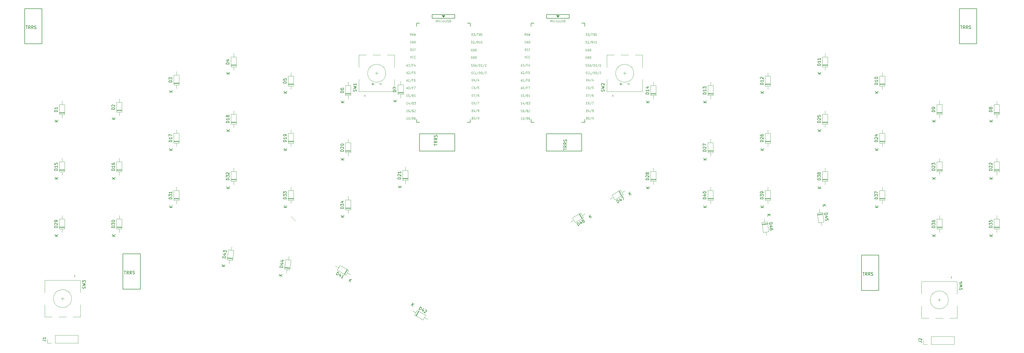
<source format=gbr>
G04 #@! TF.GenerationSoftware,KiCad,Pcbnew,(5.1.5)-3*
G04 #@! TF.CreationDate,2021-02-15T02:55:08-08:00*
G04 #@! TF.ProjectId,split,73706c69-742e-46b6-9963-61645f706362,rev?*
G04 #@! TF.SameCoordinates,Original*
G04 #@! TF.FileFunction,Legend,Top*
G04 #@! TF.FilePolarity,Positive*
%FSLAX46Y46*%
G04 Gerber Fmt 4.6, Leading zero omitted, Abs format (unit mm)*
G04 Created by KiCad (PCBNEW (5.1.5)-3) date 2021-02-15 02:55:08*
%MOMM*%
%LPD*%
G04 APERTURE LIST*
%ADD10C,0.120000*%
%ADD11C,0.150000*%
%ADD12C,0.125000*%
G04 APERTURE END LIST*
D10*
X107156250Y80168750D02*
X108743750Y78581250D01*
D11*
X204956250Y111456250D02*
X203946250Y111456250D01*
X187156250Y111456250D02*
X188156250Y111456250D01*
X204956250Y112456250D02*
X204956250Y111456250D01*
X187156250Y112506250D02*
X187156250Y111456250D01*
X204956250Y144506250D02*
X204006250Y144506250D01*
X187156250Y144506250D02*
X188156250Y144506250D01*
X204956250Y144506250D02*
X204956250Y143506250D01*
X187156250Y144506250D02*
X187156250Y143506250D01*
X192306250Y147406250D02*
X192306250Y146106250D01*
X192306250Y146106250D02*
X199806250Y146106250D01*
X199806250Y146106250D02*
X199806250Y147406250D01*
X199806250Y147406250D02*
X192306250Y147406250D01*
X195556250Y147056250D02*
X196556250Y147056250D01*
X196556250Y147056250D02*
X196056250Y146406250D01*
X196056250Y146406250D02*
X195556250Y147056250D01*
X195706250Y146906250D02*
X196406250Y146906250D01*
X195806250Y146756250D02*
X196306250Y146756250D01*
X195906250Y146606250D02*
X196206250Y146606250D01*
D10*
X218281250Y127293750D02*
X218281250Y128293750D01*
X217781250Y127793750D02*
X218781250Y127793750D01*
X221781250Y133893750D02*
X224181250Y133893750D01*
X216981250Y133893750D02*
X219581250Y133893750D01*
X212381250Y133893750D02*
X214781250Y133893750D01*
X214181250Y120593750D02*
X214481250Y120293750D01*
X214181250Y119993750D02*
X214181250Y120593750D01*
X214481250Y120293750D02*
X214181250Y119993750D01*
X212381250Y121693750D02*
X224181250Y121693750D01*
X212381250Y125793750D02*
X212381250Y121693750D01*
X224181250Y125793750D02*
X224181250Y121693750D01*
X224181250Y133893750D02*
X224181250Y129793750D01*
X212381250Y129793750D02*
X212381250Y133893750D01*
X221281250Y127793750D02*
G75*
G03X221281250Y127793750I-3000000J0D01*
G01*
X204580725Y79718257D02*
X203660725Y81311743D01*
X203660725Y81311743D02*
X200820162Y79671743D01*
X200820162Y79671743D02*
X201740162Y78078257D01*
X201740162Y78078257D02*
X204580725Y79718257D01*
X205142635Y81105000D02*
X204120725Y80515000D01*
X200258252Y78285000D02*
X201280162Y78875000D01*
X204081894Y79430257D02*
X203161894Y81023743D01*
X203977971Y79370257D02*
X203057971Y80963743D01*
X204185817Y79490257D02*
X203265817Y81083743D01*
X217385817Y87090257D02*
X216465817Y88683743D01*
X217177971Y86970257D02*
X216257971Y88563743D01*
X217281894Y87030257D02*
X216361894Y88623743D01*
X213458252Y85885000D02*
X214480162Y86475000D01*
X218342635Y88705000D02*
X217320725Y88115000D01*
X214940162Y85678257D02*
X217780725Y87318257D01*
X214020162Y87271743D02*
X214940162Y85678257D01*
X216860725Y88911743D02*
X214020162Y87271743D01*
X217780725Y87318257D02*
X216860725Y88911743D01*
X265824871Y77873053D02*
X264002334Y77620155D01*
X265857858Y77635331D02*
X264035320Y77382433D01*
X265841364Y77754192D02*
X264018827Y77501294D01*
X265463930Y73780604D02*
X265301746Y74949405D01*
X264688743Y79367078D02*
X264850928Y78198276D01*
X266213014Y75075854D02*
X265762196Y78324725D01*
X264390477Y74822956D02*
X266213014Y75075854D01*
X263939659Y78071827D02*
X264390477Y74822956D01*
X265762196Y78324725D02*
X263939659Y78071827D01*
X284224871Y81073053D02*
X282402334Y80820155D01*
X284257858Y80835331D02*
X282435320Y80582433D01*
X284241364Y80954192D02*
X282418827Y80701294D01*
X283863930Y76980604D02*
X283701746Y78149405D01*
X283088743Y82567078D02*
X283250928Y81398276D01*
X284613014Y78275854D02*
X284162196Y81524725D01*
X282790477Y78022956D02*
X284613014Y78275854D01*
X282339659Y81271827D02*
X282790477Y78022956D01*
X284162196Y81524725D02*
X282339659Y81271827D01*
X245936250Y85969750D02*
X247776250Y85969750D01*
X245936250Y86209750D02*
X247776250Y86209750D01*
X245936250Y86089750D02*
X247776250Y86089750D01*
X246856250Y89973750D02*
X246856250Y88793750D01*
X246856250Y84333750D02*
X246856250Y85513750D01*
X245936250Y88793750D02*
X245936250Y85513750D01*
X247776250Y88793750D02*
X245936250Y88793750D01*
X247776250Y85513750D02*
X247776250Y88793750D01*
X245936250Y85513750D02*
X247776250Y85513750D01*
X264986250Y85969750D02*
X266826250Y85969750D01*
X264986250Y86209750D02*
X266826250Y86209750D01*
X264986250Y86089750D02*
X266826250Y86089750D01*
X265906250Y89973750D02*
X265906250Y88793750D01*
X265906250Y84333750D02*
X265906250Y85513750D01*
X264986250Y88793750D02*
X264986250Y85513750D01*
X266826250Y88793750D02*
X264986250Y88793750D01*
X266826250Y85513750D02*
X266826250Y88793750D01*
X264986250Y85513750D02*
X266826250Y85513750D01*
X284036250Y92319750D02*
X285876250Y92319750D01*
X284036250Y92559750D02*
X285876250Y92559750D01*
X284036250Y92439750D02*
X285876250Y92439750D01*
X284956250Y96323750D02*
X284956250Y95143750D01*
X284956250Y90683750D02*
X284956250Y91863750D01*
X284036250Y95143750D02*
X284036250Y91863750D01*
X285876250Y95143750D02*
X284036250Y95143750D01*
X285876250Y91863750D02*
X285876250Y95143750D01*
X284036250Y91863750D02*
X285876250Y91863750D01*
X303086250Y85969750D02*
X304926250Y85969750D01*
X303086250Y86209750D02*
X304926250Y86209750D01*
X303086250Y86089750D02*
X304926250Y86089750D01*
X304006250Y89973750D02*
X304006250Y88793750D01*
X304006250Y84333750D02*
X304006250Y85513750D01*
X303086250Y88793750D02*
X303086250Y85513750D01*
X304926250Y88793750D02*
X303086250Y88793750D01*
X304926250Y85513750D02*
X304926250Y88793750D01*
X303086250Y85513750D02*
X304926250Y85513750D01*
X322136250Y76444750D02*
X323976250Y76444750D01*
X322136250Y76684750D02*
X323976250Y76684750D01*
X322136250Y76564750D02*
X323976250Y76564750D01*
X323056250Y80448750D02*
X323056250Y79268750D01*
X323056250Y74808750D02*
X323056250Y75988750D01*
X322136250Y79268750D02*
X322136250Y75988750D01*
X323976250Y79268750D02*
X322136250Y79268750D01*
X323976250Y75988750D02*
X323976250Y79268750D01*
X322136250Y75988750D02*
X323976250Y75988750D01*
X341186250Y76444750D02*
X343026250Y76444750D01*
X341186250Y76684750D02*
X343026250Y76684750D01*
X341186250Y76564750D02*
X343026250Y76564750D01*
X342106250Y80448750D02*
X342106250Y79268750D01*
X342106250Y74808750D02*
X342106250Y75988750D01*
X341186250Y79268750D02*
X341186250Y75988750D01*
X343026250Y79268750D02*
X341186250Y79268750D01*
X343026250Y75988750D02*
X343026250Y79268750D01*
X341186250Y75988750D02*
X343026250Y75988750D01*
X226886250Y92319750D02*
X228726250Y92319750D01*
X226886250Y92559750D02*
X228726250Y92559750D01*
X226886250Y92439750D02*
X228726250Y92439750D01*
X227806250Y96323750D02*
X227806250Y95143750D01*
X227806250Y90683750D02*
X227806250Y91863750D01*
X226886250Y95143750D02*
X226886250Y91863750D01*
X228726250Y95143750D02*
X226886250Y95143750D01*
X228726250Y91863750D02*
X228726250Y95143750D01*
X226886250Y91863750D02*
X228726250Y91863750D01*
X245936250Y101844750D02*
X247776250Y101844750D01*
X245936250Y102084750D02*
X247776250Y102084750D01*
X245936250Y101964750D02*
X247776250Y101964750D01*
X246856250Y105848750D02*
X246856250Y104668750D01*
X246856250Y100208750D02*
X246856250Y101388750D01*
X245936250Y104668750D02*
X245936250Y101388750D01*
X247776250Y104668750D02*
X245936250Y104668750D01*
X247776250Y101388750D02*
X247776250Y104668750D01*
X245936250Y101388750D02*
X247776250Y101388750D01*
X264986250Y105019750D02*
X266826250Y105019750D01*
X264986250Y105259750D02*
X266826250Y105259750D01*
X264986250Y105139750D02*
X266826250Y105139750D01*
X265906250Y109023750D02*
X265906250Y107843750D01*
X265906250Y103383750D02*
X265906250Y104563750D01*
X264986250Y107843750D02*
X264986250Y104563750D01*
X266826250Y107843750D02*
X264986250Y107843750D01*
X266826250Y104563750D02*
X266826250Y107843750D01*
X264986250Y104563750D02*
X266826250Y104563750D01*
X284036250Y111369750D02*
X285876250Y111369750D01*
X284036250Y111609750D02*
X285876250Y111609750D01*
X284036250Y111489750D02*
X285876250Y111489750D01*
X284956250Y115373750D02*
X284956250Y114193750D01*
X284956250Y109733750D02*
X284956250Y110913750D01*
X284036250Y114193750D02*
X284036250Y110913750D01*
X285876250Y114193750D02*
X284036250Y114193750D01*
X285876250Y110913750D02*
X285876250Y114193750D01*
X284036250Y110913750D02*
X285876250Y110913750D01*
X303086250Y105019750D02*
X304926250Y105019750D01*
X303086250Y105259750D02*
X304926250Y105259750D01*
X303086250Y105139750D02*
X304926250Y105139750D01*
X304006250Y109023750D02*
X304006250Y107843750D01*
X304006250Y103383750D02*
X304006250Y104563750D01*
X303086250Y107843750D02*
X303086250Y104563750D01*
X304926250Y107843750D02*
X303086250Y107843750D01*
X304926250Y104563750D02*
X304926250Y107843750D01*
X303086250Y104563750D02*
X304926250Y104563750D01*
X322136250Y95494750D02*
X323976250Y95494750D01*
X322136250Y95734750D02*
X323976250Y95734750D01*
X322136250Y95614750D02*
X323976250Y95614750D01*
X323056250Y99498750D02*
X323056250Y98318750D01*
X323056250Y93858750D02*
X323056250Y95038750D01*
X322136250Y98318750D02*
X322136250Y95038750D01*
X323976250Y98318750D02*
X322136250Y98318750D01*
X323976250Y95038750D02*
X323976250Y98318750D01*
X322136250Y95038750D02*
X323976250Y95038750D01*
X341186250Y95494750D02*
X343026250Y95494750D01*
X341186250Y95734750D02*
X343026250Y95734750D01*
X341186250Y95614750D02*
X343026250Y95614750D01*
X342106250Y99498750D02*
X342106250Y98318750D01*
X342106250Y93858750D02*
X342106250Y95038750D01*
X341186250Y98318750D02*
X341186250Y95038750D01*
X343026250Y98318750D02*
X341186250Y98318750D01*
X343026250Y95038750D02*
X343026250Y98318750D01*
X341186250Y95038750D02*
X343026250Y95038750D01*
X226886250Y120894750D02*
X228726250Y120894750D01*
X226886250Y121134750D02*
X228726250Y121134750D01*
X226886250Y121014750D02*
X228726250Y121014750D01*
X227806250Y124898750D02*
X227806250Y123718750D01*
X227806250Y119258750D02*
X227806250Y120438750D01*
X226886250Y123718750D02*
X226886250Y120438750D01*
X228726250Y123718750D02*
X226886250Y123718750D01*
X228726250Y120438750D02*
X228726250Y123718750D01*
X226886250Y120438750D02*
X228726250Y120438750D01*
X245936250Y120894750D02*
X247776250Y120894750D01*
X245936250Y121134750D02*
X247776250Y121134750D01*
X245936250Y121014750D02*
X247776250Y121014750D01*
X246856250Y124898750D02*
X246856250Y123718750D01*
X246856250Y119258750D02*
X246856250Y120438750D01*
X245936250Y123718750D02*
X245936250Y120438750D01*
X247776250Y123718750D02*
X245936250Y123718750D01*
X247776250Y120438750D02*
X247776250Y123718750D01*
X245936250Y120438750D02*
X247776250Y120438750D01*
X264986250Y124069750D02*
X266826250Y124069750D01*
X264986250Y124309750D02*
X266826250Y124309750D01*
X264986250Y124189750D02*
X266826250Y124189750D01*
X265906250Y128073750D02*
X265906250Y126893750D01*
X265906250Y122433750D02*
X265906250Y123613750D01*
X264986250Y126893750D02*
X264986250Y123613750D01*
X266826250Y126893750D02*
X264986250Y126893750D01*
X266826250Y123613750D02*
X266826250Y126893750D01*
X264986250Y123613750D02*
X266826250Y123613750D01*
X284036250Y130419750D02*
X285876250Y130419750D01*
X284036250Y130659750D02*
X285876250Y130659750D01*
X284036250Y130539750D02*
X285876250Y130539750D01*
X284956250Y134423750D02*
X284956250Y133243750D01*
X284956250Y128783750D02*
X284956250Y129963750D01*
X284036250Y133243750D02*
X284036250Y129963750D01*
X285876250Y133243750D02*
X284036250Y133243750D01*
X285876250Y129963750D02*
X285876250Y133243750D01*
X284036250Y129963750D02*
X285876250Y129963750D01*
X303086250Y124069750D02*
X304926250Y124069750D01*
X303086250Y124309750D02*
X304926250Y124309750D01*
X303086250Y124189750D02*
X304926250Y124189750D01*
X304006250Y128073750D02*
X304006250Y126893750D01*
X304006250Y122433750D02*
X304006250Y123613750D01*
X303086250Y126893750D02*
X303086250Y123613750D01*
X304926250Y126893750D02*
X303086250Y126893750D01*
X304926250Y123613750D02*
X304926250Y126893750D01*
X303086250Y123613750D02*
X304926250Y123613750D01*
X322136250Y114544750D02*
X323976250Y114544750D01*
X322136250Y114784750D02*
X323976250Y114784750D01*
X322136250Y114664750D02*
X323976250Y114664750D01*
X323056250Y118548750D02*
X323056250Y117368750D01*
X323056250Y112908750D02*
X323056250Y114088750D01*
X322136250Y117368750D02*
X322136250Y114088750D01*
X323976250Y117368750D02*
X322136250Y117368750D01*
X323976250Y114088750D02*
X323976250Y117368750D01*
X322136250Y114088750D02*
X323976250Y114088750D01*
X341186250Y114544750D02*
X343026250Y114544750D01*
X341186250Y114784750D02*
X343026250Y114784750D01*
X341186250Y114664750D02*
X343026250Y114664750D01*
X342106250Y118548750D02*
X342106250Y117368750D01*
X342106250Y112908750D02*
X342106250Y114088750D01*
X341186250Y117368750D02*
X341186250Y114088750D01*
X343026250Y117368750D02*
X341186250Y117368750D01*
X343026250Y114088750D02*
X343026250Y117368750D01*
X341186250Y114088750D02*
X343026250Y114088750D01*
X135731250Y127293750D02*
X135731250Y128293750D01*
X135231250Y127793750D02*
X136231250Y127793750D01*
X139231250Y133893750D02*
X141631250Y133893750D01*
X134431250Y133893750D02*
X137031250Y133893750D01*
X129831250Y133893750D02*
X132231250Y133893750D01*
X131631250Y120593750D02*
X131931250Y120293750D01*
X131631250Y119993750D02*
X131631250Y120593750D01*
X131931250Y120293750D02*
X131631250Y119993750D01*
X129831250Y121693750D02*
X141631250Y121693750D01*
X129831250Y125793750D02*
X129831250Y121693750D01*
X141631250Y125793750D02*
X141631250Y121693750D01*
X141631250Y133893750D02*
X141631250Y129793750D01*
X129831250Y129793750D02*
X129831250Y133893750D01*
X138731250Y127793750D02*
G75*
G03X138731250Y127793750I-3000000J0D01*
G01*
X149577933Y48696243D02*
X148657933Y47102757D01*
X149785779Y48576243D02*
X148865779Y46982757D01*
X149681856Y48636243D02*
X148761856Y47042757D01*
X152585498Y45897500D02*
X151563588Y46487500D01*
X147701115Y48717500D02*
X148723025Y48127500D01*
X152023588Y47284243D02*
X149183025Y48924243D01*
X151103588Y45690757D02*
X152023588Y47284243D01*
X148263025Y47330757D02*
X151103588Y45690757D01*
X149183025Y48924243D02*
X148263025Y47330757D01*
X105018411Y63052527D02*
X106840948Y62799629D01*
X105051397Y63290249D02*
X106873935Y63037351D01*
X105034904Y63171388D02*
X106857441Y62918490D01*
X106480007Y66892078D02*
X106317823Y65723277D01*
X105704820Y61305604D02*
X105867005Y62474406D01*
X105406554Y65849726D02*
X104955736Y62600855D01*
X107229091Y65596828D02*
X105406554Y65849726D01*
X106778273Y62347957D02*
X107229091Y65596828D01*
X104955736Y62600855D02*
X106778273Y62347957D01*
X85968411Y66227527D02*
X87790948Y65974629D01*
X86001397Y66465249D02*
X87823935Y66212351D01*
X85984904Y66346388D02*
X87807441Y66093490D01*
X87430007Y70067078D02*
X87267823Y68898277D01*
X86654820Y64480604D02*
X86817005Y65649406D01*
X86356554Y69024726D02*
X85905736Y65775855D01*
X88179091Y68771828D02*
X86356554Y69024726D01*
X87728273Y65522957D02*
X88179091Y68771828D01*
X85905736Y65775855D02*
X87728273Y65522957D01*
X317720000Y37532500D02*
X317720000Y38862500D01*
X319050000Y37532500D02*
X317720000Y37532500D01*
X320320000Y37532500D02*
X320320000Y40192500D01*
X320320000Y40192500D02*
X328000000Y40192500D01*
X320320000Y37532500D02*
X328000000Y37532500D01*
X328000000Y37532500D02*
X328000000Y40192500D01*
X34156250Y52781250D02*
G75*
G03X34156250Y52781250I-3000000J0D01*
G01*
X37056250Y50781250D02*
X37056250Y46681250D01*
X25256250Y46681250D02*
X25256250Y50781250D01*
X25256250Y54781250D02*
X25256250Y58881250D01*
X37056250Y54781250D02*
X37056250Y58881250D01*
X37056250Y58881250D02*
X25256250Y58881250D01*
X34956250Y60281250D02*
X35256250Y60581250D01*
X35256250Y60581250D02*
X35256250Y59981250D01*
X35256250Y59981250D02*
X34956250Y60281250D01*
X37056250Y46681250D02*
X34656250Y46681250D01*
X32456250Y46681250D02*
X29856250Y46681250D01*
X27656250Y46681250D02*
X25256250Y46681250D01*
X31656250Y52781250D02*
X30656250Y52781250D01*
X31156250Y53281250D02*
X31156250Y52281250D01*
X326018750Y52356250D02*
G75*
G03X326018750Y52356250I-3000000J0D01*
G01*
X328918750Y50356250D02*
X328918750Y46256250D01*
X317118750Y46256250D02*
X317118750Y50356250D01*
X317118750Y54356250D02*
X317118750Y58456250D01*
X328918750Y54356250D02*
X328918750Y58456250D01*
X328918750Y58456250D02*
X317118750Y58456250D01*
X326818750Y59856250D02*
X327118750Y60156250D01*
X327118750Y60156250D02*
X327118750Y59556250D01*
X327118750Y59556250D02*
X326818750Y59856250D01*
X328918750Y46256250D02*
X326518750Y46256250D01*
X324318750Y46256250D02*
X321718750Y46256250D01*
X319518750Y46256250D02*
X317118750Y46256250D01*
X323518750Y52356250D02*
X322518750Y52356250D01*
X323018750Y52856250D02*
X323018750Y51856250D01*
X30036250Y114544750D02*
X31876250Y114544750D01*
X30036250Y114784750D02*
X31876250Y114784750D01*
X30036250Y114664750D02*
X31876250Y114664750D01*
X30956250Y118548750D02*
X30956250Y117368750D01*
X30956250Y112908750D02*
X30956250Y114088750D01*
X30036250Y117368750D02*
X30036250Y114088750D01*
X31876250Y117368750D02*
X30036250Y117368750D01*
X31876250Y114088750D02*
X31876250Y117368750D01*
X30036250Y114088750D02*
X31876250Y114088750D01*
D11*
X51275000Y67712500D02*
X57075000Y67712500D01*
X57075000Y67712500D02*
X57075000Y55962500D01*
X57075000Y55962500D02*
X51275000Y55962500D01*
X51275000Y55962500D02*
X51275000Y67712500D01*
D10*
X26073400Y37944800D02*
X26073400Y39274800D01*
X27403400Y37944800D02*
X26073400Y37944800D01*
X28673400Y37944800D02*
X28673400Y40604800D01*
X28673400Y40604800D02*
X36353400Y40604800D01*
X28673400Y37944800D02*
X36353400Y37944800D01*
X36353400Y37944800D02*
X36353400Y40604800D01*
D11*
X297100000Y67287500D02*
X302900000Y67287500D01*
X302900000Y67287500D02*
X302900000Y55537500D01*
X302900000Y55537500D02*
X297100000Y55537500D01*
X297100000Y55537500D02*
X297100000Y67287500D01*
D10*
X125286250Y82794750D02*
X127126250Y82794750D01*
X125286250Y83034750D02*
X127126250Y83034750D01*
X125286250Y82914750D02*
X127126250Y82914750D01*
X126206250Y86798750D02*
X126206250Y85618750D01*
X126206250Y81158750D02*
X126206250Y82338750D01*
X125286250Y85618750D02*
X125286250Y82338750D01*
X127126250Y85618750D02*
X125286250Y85618750D01*
X127126250Y82338750D02*
X127126250Y85618750D01*
X125286250Y82338750D02*
X127126250Y82338750D01*
D11*
X192237500Y101875000D02*
X192237500Y107675000D01*
X192237500Y107675000D02*
X203987500Y107675000D01*
X203987500Y107675000D02*
X203987500Y101875000D01*
X203987500Y101875000D02*
X192237500Y101875000D01*
D10*
X125286250Y101844750D02*
X127126250Y101844750D01*
X125286250Y102084750D02*
X127126250Y102084750D01*
X125286250Y101964750D02*
X127126250Y101964750D01*
X126206250Y105848750D02*
X126206250Y104668750D01*
X126206250Y100208750D02*
X126206250Y101388750D01*
X125286250Y104668750D02*
X125286250Y101388750D01*
X127126250Y104668750D02*
X125286250Y104668750D01*
X127126250Y101388750D02*
X127126250Y104668750D01*
X125286250Y101388750D02*
X127126250Y101388750D01*
X87186250Y92319750D02*
X89026250Y92319750D01*
X87186250Y92559750D02*
X89026250Y92559750D01*
X87186250Y92439750D02*
X89026250Y92439750D01*
X88106250Y96323750D02*
X88106250Y95143750D01*
X88106250Y90683750D02*
X88106250Y91863750D01*
X87186250Y95143750D02*
X87186250Y91863750D01*
X89026250Y95143750D02*
X87186250Y95143750D01*
X89026250Y91863750D02*
X89026250Y95143750D01*
X87186250Y91863750D02*
X89026250Y91863750D01*
X68136250Y85969750D02*
X69976250Y85969750D01*
X68136250Y86209750D02*
X69976250Y86209750D01*
X68136250Y86089750D02*
X69976250Y86089750D01*
X69056250Y89973750D02*
X69056250Y88793750D01*
X69056250Y84333750D02*
X69056250Y85513750D01*
X68136250Y88793750D02*
X68136250Y85513750D01*
X69976250Y88793750D02*
X68136250Y88793750D01*
X69976250Y85513750D02*
X69976250Y88793750D01*
X68136250Y85513750D02*
X69976250Y85513750D01*
X68136250Y105019750D02*
X69976250Y105019750D01*
X68136250Y105259750D02*
X69976250Y105259750D01*
X68136250Y105139750D02*
X69976250Y105139750D01*
X69056250Y109023750D02*
X69056250Y107843750D01*
X69056250Y103383750D02*
X69056250Y104563750D01*
X68136250Y107843750D02*
X68136250Y104563750D01*
X69976250Y107843750D02*
X68136250Y107843750D01*
X69976250Y104563750D02*
X69976250Y107843750D01*
X68136250Y104563750D02*
X69976250Y104563750D01*
D11*
X161687500Y107675000D02*
X161687500Y101875000D01*
X161687500Y101875000D02*
X149937500Y101875000D01*
X149937500Y101875000D02*
X149937500Y107675000D01*
X149937500Y107675000D02*
X161687500Y107675000D01*
D10*
X49086250Y76444750D02*
X50926250Y76444750D01*
X49086250Y76684750D02*
X50926250Y76684750D01*
X49086250Y76564750D02*
X50926250Y76564750D01*
X50006250Y80448750D02*
X50006250Y79268750D01*
X50006250Y74808750D02*
X50006250Y75988750D01*
X49086250Y79268750D02*
X49086250Y75988750D01*
X50926250Y79268750D02*
X49086250Y79268750D01*
X50926250Y75988750D02*
X50926250Y79268750D01*
X49086250Y75988750D02*
X50926250Y75988750D01*
X87186250Y111369750D02*
X89026250Y111369750D01*
X87186250Y111609750D02*
X89026250Y111609750D01*
X87186250Y111489750D02*
X89026250Y111489750D01*
X88106250Y115373750D02*
X88106250Y114193750D01*
X88106250Y109733750D02*
X88106250Y110913750D01*
X87186250Y114193750D02*
X87186250Y110913750D01*
X89026250Y114193750D02*
X87186250Y114193750D01*
X89026250Y110913750D02*
X89026250Y114193750D01*
X87186250Y110913750D02*
X89026250Y110913750D01*
X49086250Y95494750D02*
X50926250Y95494750D01*
X49086250Y95734750D02*
X50926250Y95734750D01*
X49086250Y95614750D02*
X50926250Y95614750D01*
X50006250Y99498750D02*
X50006250Y98318750D01*
X50006250Y93858750D02*
X50006250Y95038750D01*
X49086250Y98318750D02*
X49086250Y95038750D01*
X50926250Y98318750D02*
X49086250Y98318750D01*
X50926250Y95038750D02*
X50926250Y98318750D01*
X49086250Y95038750D02*
X50926250Y95038750D01*
X30036250Y76444750D02*
X31876250Y76444750D01*
X30036250Y76684750D02*
X31876250Y76684750D01*
X30036250Y76564750D02*
X31876250Y76564750D01*
X30956250Y80448750D02*
X30956250Y79268750D01*
X30956250Y74808750D02*
X30956250Y75988750D01*
X30036250Y79268750D02*
X30036250Y75988750D01*
X31876250Y79268750D02*
X30036250Y79268750D01*
X31876250Y75988750D02*
X31876250Y79268750D01*
X30036250Y75988750D02*
X31876250Y75988750D01*
D11*
X18531250Y137600000D02*
X18531250Y149350000D01*
X24331250Y137600000D02*
X18531250Y137600000D01*
X24331250Y149350000D02*
X24331250Y137600000D01*
X18531250Y149350000D02*
X24331250Y149350000D01*
D10*
X125454475Y60613257D02*
X126374475Y62206743D01*
X126374475Y62206743D02*
X123533912Y63846743D01*
X123533912Y63846743D02*
X122613912Y62253257D01*
X122613912Y62253257D02*
X125454475Y60613257D01*
X126936385Y60820000D02*
X125914475Y61410000D01*
X122052002Y63640000D02*
X123073912Y63050000D01*
X124955644Y60901257D02*
X125875644Y62494743D01*
X124851721Y60961257D02*
X125771721Y62554743D01*
X125059567Y60841257D02*
X125979567Y62434743D01*
D11*
X157806250Y146606250D02*
X158106250Y146606250D01*
X157706250Y146756250D02*
X158206250Y146756250D01*
X157606250Y146906250D02*
X158306250Y146906250D01*
X157956250Y146406250D02*
X157456250Y147056250D01*
X158456250Y147056250D02*
X157956250Y146406250D01*
X157456250Y147056250D02*
X158456250Y147056250D01*
X161706250Y147406250D02*
X154206250Y147406250D01*
X161706250Y146106250D02*
X161706250Y147406250D01*
X154206250Y146106250D02*
X161706250Y146106250D01*
X154206250Y147406250D02*
X154206250Y146106250D01*
X149056250Y144506250D02*
X149056250Y143506250D01*
X166856250Y144506250D02*
X166856250Y143506250D01*
X149056250Y144506250D02*
X150056250Y144506250D01*
X166856250Y144506250D02*
X165906250Y144506250D01*
X149056250Y112506250D02*
X149056250Y111456250D01*
X166856250Y112456250D02*
X166856250Y111456250D01*
X149056250Y111456250D02*
X150056250Y111456250D01*
X166856250Y111456250D02*
X165846250Y111456250D01*
X329681250Y137600000D02*
X329681250Y149350000D01*
X335481250Y137600000D02*
X329681250Y137600000D01*
X335481250Y149350000D02*
X335481250Y137600000D01*
X329681250Y149350000D02*
X335481250Y149350000D01*
D10*
X144336250Y92637250D02*
X146176250Y92637250D01*
X144336250Y92877250D02*
X146176250Y92877250D01*
X144336250Y92757250D02*
X146176250Y92757250D01*
X145256250Y96641250D02*
X145256250Y95461250D01*
X145256250Y91001250D02*
X145256250Y92181250D01*
X144336250Y95461250D02*
X144336250Y92181250D01*
X146176250Y95461250D02*
X144336250Y95461250D01*
X146176250Y92181250D02*
X146176250Y95461250D01*
X144336250Y92181250D02*
X146176250Y92181250D01*
X106236250Y85969750D02*
X108076250Y85969750D01*
X106236250Y86209750D02*
X108076250Y86209750D01*
X106236250Y86089750D02*
X108076250Y86089750D01*
X107156250Y89973750D02*
X107156250Y88793750D01*
X107156250Y84333750D02*
X107156250Y85513750D01*
X106236250Y88793750D02*
X106236250Y85513750D01*
X108076250Y88793750D02*
X106236250Y88793750D01*
X108076250Y85513750D02*
X108076250Y88793750D01*
X106236250Y85513750D02*
X108076250Y85513750D01*
X106236250Y105019750D02*
X108076250Y105019750D01*
X106236250Y105259750D02*
X108076250Y105259750D01*
X106236250Y105139750D02*
X108076250Y105139750D01*
X107156250Y109023750D02*
X107156250Y107843750D01*
X107156250Y103383750D02*
X107156250Y104563750D01*
X106236250Y107843750D02*
X106236250Y104563750D01*
X108076250Y107843750D02*
X106236250Y107843750D01*
X108076250Y104563750D02*
X108076250Y107843750D01*
X106236250Y104563750D02*
X108076250Y104563750D01*
X30036250Y95494750D02*
X31876250Y95494750D01*
X30036250Y95734750D02*
X31876250Y95734750D01*
X30036250Y95614750D02*
X31876250Y95614750D01*
X30956250Y99498750D02*
X30956250Y98318750D01*
X30956250Y93858750D02*
X30956250Y95038750D01*
X30036250Y98318750D02*
X30036250Y95038750D01*
X31876250Y98318750D02*
X30036250Y98318750D01*
X31876250Y95038750D02*
X31876250Y98318750D01*
X30036250Y95038750D02*
X31876250Y95038750D01*
X49086250Y115338500D02*
X50926250Y115338500D01*
X49086250Y115578500D02*
X50926250Y115578500D01*
X49086250Y115458500D02*
X50926250Y115458500D01*
X50006250Y119342500D02*
X50006250Y118162500D01*
X50006250Y113702500D02*
X50006250Y114882500D01*
X49086250Y118162500D02*
X49086250Y114882500D01*
X50926250Y118162500D02*
X49086250Y118162500D01*
X50926250Y114882500D02*
X50926250Y118162500D01*
X49086250Y114882500D02*
X50926250Y114882500D01*
X68136250Y124387250D02*
X69976250Y124387250D01*
X68136250Y124627250D02*
X69976250Y124627250D01*
X68136250Y124507250D02*
X69976250Y124507250D01*
X69056250Y128391250D02*
X69056250Y127211250D01*
X69056250Y122751250D02*
X69056250Y123931250D01*
X68136250Y127211250D02*
X68136250Y123931250D01*
X69976250Y127211250D02*
X68136250Y127211250D01*
X69976250Y123931250D02*
X69976250Y127211250D01*
X68136250Y123931250D02*
X69976250Y123931250D01*
X87186250Y130419750D02*
X89026250Y130419750D01*
X87186250Y130659750D02*
X89026250Y130659750D01*
X87186250Y130539750D02*
X89026250Y130539750D01*
X88106250Y134423750D02*
X88106250Y133243750D01*
X88106250Y128783750D02*
X88106250Y129963750D01*
X87186250Y133243750D02*
X87186250Y129963750D01*
X89026250Y133243750D02*
X87186250Y133243750D01*
X89026250Y129963750D02*
X89026250Y133243750D01*
X87186250Y129963750D02*
X89026250Y129963750D01*
X142748750Y121212250D02*
X144588750Y121212250D01*
X142748750Y121452250D02*
X144588750Y121452250D01*
X142748750Y121332250D02*
X144588750Y121332250D01*
X143668750Y125216250D02*
X143668750Y124036250D01*
X143668750Y119576250D02*
X143668750Y120756250D01*
X142748750Y124036250D02*
X142748750Y120756250D01*
X144588750Y124036250D02*
X142748750Y124036250D01*
X144588750Y120756250D02*
X144588750Y124036250D01*
X142748750Y120756250D02*
X144588750Y120756250D01*
X106236250Y124069750D02*
X108076250Y124069750D01*
X106236250Y124309750D02*
X108076250Y124309750D01*
X106236250Y124189750D02*
X108076250Y124189750D01*
X107156250Y128073750D02*
X107156250Y126893750D01*
X107156250Y122433750D02*
X107156250Y123613750D01*
X106236250Y126893750D02*
X106236250Y123613750D01*
X108076250Y126893750D02*
X106236250Y126893750D01*
X108076250Y123613750D02*
X108076250Y126893750D01*
X106236250Y123613750D02*
X108076250Y123613750D01*
X125286250Y120894750D02*
X127126250Y120894750D01*
X125286250Y121134750D02*
X127126250Y121134750D01*
X125286250Y121014750D02*
X127126250Y121014750D01*
X126206250Y124898750D02*
X126206250Y123718750D01*
X126206250Y119258750D02*
X126206250Y120438750D01*
X125286250Y123718750D02*
X125286250Y120438750D01*
X127126250Y123718750D02*
X125286250Y123718750D01*
X127126250Y120438750D02*
X127126250Y123718750D01*
X125286250Y120438750D02*
X127126250Y120438750D01*
D11*
D12*
X185398630Y140366964D02*
X185175297Y140724107D01*
X185015773Y140366964D02*
X185015773Y141116964D01*
X185271011Y141116964D01*
X185334821Y141081250D01*
X185366726Y141045535D01*
X185398630Y140974107D01*
X185398630Y140866964D01*
X185366726Y140795535D01*
X185334821Y140759821D01*
X185271011Y140724107D01*
X185015773Y140724107D01*
X185653869Y140581250D02*
X185972916Y140581250D01*
X185590059Y140366964D02*
X185813392Y141116964D01*
X186036726Y140366964D01*
X186196250Y141116964D02*
X186355773Y140366964D01*
X186483392Y140902678D01*
X186611011Y140366964D01*
X186770535Y141116964D01*
X185350773Y138531250D02*
X185286964Y138566964D01*
X185191250Y138566964D01*
X185095535Y138531250D01*
X185031726Y138459821D01*
X184999821Y138388392D01*
X184967916Y138245535D01*
X184967916Y138138392D01*
X184999821Y137995535D01*
X185031726Y137924107D01*
X185095535Y137852678D01*
X185191250Y137816964D01*
X185255059Y137816964D01*
X185350773Y137852678D01*
X185382678Y137888392D01*
X185382678Y138138392D01*
X185255059Y138138392D01*
X185669821Y137816964D02*
X185669821Y138566964D01*
X186052678Y137816964D01*
X186052678Y138566964D01*
X186371726Y137816964D02*
X186371726Y138566964D01*
X186531250Y138566964D01*
X186626964Y138531250D01*
X186690773Y138459821D01*
X186722678Y138388392D01*
X186754583Y138245535D01*
X186754583Y138138392D01*
X186722678Y137995535D01*
X186690773Y137924107D01*
X186626964Y137852678D01*
X186531250Y137816964D01*
X186371726Y137816964D01*
X185494345Y135266964D02*
X185271011Y135624107D01*
X185111488Y135266964D02*
X185111488Y136016964D01*
X185366726Y136016964D01*
X185430535Y135981250D01*
X185462440Y135945535D01*
X185494345Y135874107D01*
X185494345Y135766964D01*
X185462440Y135695535D01*
X185430535Y135659821D01*
X185366726Y135624107D01*
X185111488Y135624107D01*
X185749583Y135302678D02*
X185845297Y135266964D01*
X186004821Y135266964D01*
X186068630Y135302678D01*
X186100535Y135338392D01*
X186132440Y135409821D01*
X186132440Y135481250D01*
X186100535Y135552678D01*
X186068630Y135588392D01*
X186004821Y135624107D01*
X185877202Y135659821D01*
X185813392Y135695535D01*
X185781488Y135731250D01*
X185749583Y135802678D01*
X185749583Y135874107D01*
X185781488Y135945535D01*
X185813392Y135981250D01*
X185877202Y136016964D01*
X186036726Y136016964D01*
X186132440Y135981250D01*
X186323869Y136016964D02*
X186706726Y136016964D01*
X186515297Y135266964D02*
X186515297Y136016964D01*
X184967916Y133566964D02*
X185191250Y132816964D01*
X185414583Y133566964D01*
X186020773Y132888392D02*
X185988869Y132852678D01*
X185893154Y132816964D01*
X185829345Y132816964D01*
X185733630Y132852678D01*
X185669821Y132924107D01*
X185637916Y132995535D01*
X185606011Y133138392D01*
X185606011Y133245535D01*
X185637916Y133388392D01*
X185669821Y133459821D01*
X185733630Y133531250D01*
X185829345Y133566964D01*
X185893154Y133566964D01*
X185988869Y133531250D01*
X186020773Y133495535D01*
X186690773Y132888392D02*
X186658869Y132852678D01*
X186563154Y132816964D01*
X186499345Y132816964D01*
X186403630Y132852678D01*
X186339821Y132924107D01*
X186307916Y132995535D01*
X186276011Y133138392D01*
X186276011Y133245535D01*
X186307916Y133388392D01*
X186339821Y133459821D01*
X186403630Y133531250D01*
X186499345Y133566964D01*
X186563154Y133566964D01*
X186658869Y133531250D01*
X186690773Y133495535D01*
X183775535Y130331250D02*
X184094583Y130331250D01*
X183711726Y130116964D02*
X183935059Y130866964D01*
X184158392Y130116964D01*
X184317916Y130866964D02*
X184732678Y130866964D01*
X184509345Y130581250D01*
X184605059Y130581250D01*
X184668869Y130545535D01*
X184700773Y130509821D01*
X184732678Y130438392D01*
X184732678Y130259821D01*
X184700773Y130188392D01*
X184668869Y130152678D01*
X184605059Y130116964D01*
X184413630Y130116964D01*
X184349821Y130152678D01*
X184317916Y130188392D01*
X185498392Y130902678D02*
X184924107Y129938392D01*
X185945059Y130509821D02*
X185721726Y130509821D01*
X185721726Y130116964D02*
X185721726Y130866964D01*
X186040773Y130866964D01*
X186583154Y130616964D02*
X186583154Y130116964D01*
X186423630Y130902678D02*
X186264107Y130366964D01*
X186678869Y130366964D01*
X183775535Y127831250D02*
X184094583Y127831250D01*
X183711726Y127616964D02*
X183935059Y128366964D01*
X184158392Y127616964D01*
X184349821Y128295535D02*
X184381726Y128331250D01*
X184445535Y128366964D01*
X184605059Y128366964D01*
X184668869Y128331250D01*
X184700773Y128295535D01*
X184732678Y128224107D01*
X184732678Y128152678D01*
X184700773Y128045535D01*
X184317916Y127616964D01*
X184732678Y127616964D01*
X185498392Y128402678D02*
X184924107Y127438392D01*
X185945059Y128009821D02*
X185721726Y128009821D01*
X185721726Y127616964D02*
X185721726Y128366964D01*
X186040773Y128366964D01*
X186615059Y128366964D02*
X186296011Y128366964D01*
X186264107Y128009821D01*
X186296011Y128045535D01*
X186359821Y128081250D01*
X186519345Y128081250D01*
X186583154Y128045535D01*
X186615059Y128009821D01*
X186646964Y127938392D01*
X186646964Y127759821D01*
X186615059Y127688392D01*
X186583154Y127652678D01*
X186519345Y127616964D01*
X186359821Y127616964D01*
X186296011Y127652678D01*
X186264107Y127688392D01*
X183775535Y125331250D02*
X184094583Y125331250D01*
X183711726Y125116964D02*
X183935059Y125866964D01*
X184158392Y125116964D01*
X184732678Y125116964D02*
X184349821Y125116964D01*
X184541250Y125116964D02*
X184541250Y125866964D01*
X184477440Y125759821D01*
X184413630Y125688392D01*
X184349821Y125652678D01*
X185498392Y125902678D02*
X184924107Y124938392D01*
X185945059Y125509821D02*
X185721726Y125509821D01*
X185721726Y125116964D02*
X185721726Y125866964D01*
X186040773Y125866964D01*
X186583154Y125866964D02*
X186455535Y125866964D01*
X186391726Y125831250D01*
X186359821Y125795535D01*
X186296011Y125688392D01*
X186264107Y125545535D01*
X186264107Y125259821D01*
X186296011Y125188392D01*
X186327916Y125152678D01*
X186391726Y125116964D01*
X186519345Y125116964D01*
X186583154Y125152678D01*
X186615059Y125188392D01*
X186646964Y125259821D01*
X186646964Y125438392D01*
X186615059Y125509821D01*
X186583154Y125545535D01*
X186519345Y125581250D01*
X186391726Y125581250D01*
X186327916Y125545535D01*
X186296011Y125509821D01*
X186264107Y125438392D01*
X183775535Y122781250D02*
X184094583Y122781250D01*
X183711726Y122566964D02*
X183935059Y123316964D01*
X184158392Y122566964D01*
X184509345Y123316964D02*
X184573154Y123316964D01*
X184636964Y123281250D01*
X184668869Y123245535D01*
X184700773Y123174107D01*
X184732678Y123031250D01*
X184732678Y122852678D01*
X184700773Y122709821D01*
X184668869Y122638392D01*
X184636964Y122602678D01*
X184573154Y122566964D01*
X184509345Y122566964D01*
X184445535Y122602678D01*
X184413630Y122638392D01*
X184381726Y122709821D01*
X184349821Y122852678D01*
X184349821Y123031250D01*
X184381726Y123174107D01*
X184413630Y123245535D01*
X184445535Y123281250D01*
X184509345Y123316964D01*
X185498392Y123352678D02*
X184924107Y122388392D01*
X185945059Y122959821D02*
X185721726Y122959821D01*
X185721726Y122566964D02*
X185721726Y123316964D01*
X186040773Y123316964D01*
X186232202Y123316964D02*
X186678869Y123316964D01*
X186391726Y122566964D01*
X184078630Y120016964D02*
X183695773Y120016964D01*
X183887202Y120016964D02*
X183887202Y120766964D01*
X183823392Y120659821D01*
X183759583Y120588392D01*
X183695773Y120552678D01*
X184684821Y120766964D02*
X184365773Y120766964D01*
X184333869Y120409821D01*
X184365773Y120445535D01*
X184429583Y120481250D01*
X184589107Y120481250D01*
X184652916Y120445535D01*
X184684821Y120409821D01*
X184716726Y120338392D01*
X184716726Y120159821D01*
X184684821Y120088392D01*
X184652916Y120052678D01*
X184589107Y120016964D01*
X184429583Y120016964D01*
X184365773Y120052678D01*
X184333869Y120088392D01*
X185482440Y120802678D02*
X184908154Y119838392D01*
X185929107Y120409821D02*
X186024821Y120374107D01*
X186056726Y120338392D01*
X186088630Y120266964D01*
X186088630Y120159821D01*
X186056726Y120088392D01*
X186024821Y120052678D01*
X185961011Y120016964D01*
X185705773Y120016964D01*
X185705773Y120766964D01*
X185929107Y120766964D01*
X185992916Y120731250D01*
X186024821Y120695535D01*
X186056726Y120624107D01*
X186056726Y120552678D01*
X186024821Y120481250D01*
X185992916Y120445535D01*
X185929107Y120409821D01*
X185705773Y120409821D01*
X186726726Y120016964D02*
X186343869Y120016964D01*
X186535297Y120016964D02*
X186535297Y120766964D01*
X186471488Y120659821D01*
X186407678Y120588392D01*
X186343869Y120552678D01*
X184078630Y117466964D02*
X183695773Y117466964D01*
X183887202Y117466964D02*
X183887202Y118216964D01*
X183823392Y118109821D01*
X183759583Y118038392D01*
X183695773Y118002678D01*
X184652916Y117966964D02*
X184652916Y117466964D01*
X184493392Y118252678D02*
X184333869Y117716964D01*
X184748630Y117716964D01*
X185482440Y118252678D02*
X184908154Y117288392D01*
X185929107Y117859821D02*
X186024821Y117824107D01*
X186056726Y117788392D01*
X186088630Y117716964D01*
X186088630Y117609821D01*
X186056726Y117538392D01*
X186024821Y117502678D01*
X185961011Y117466964D01*
X185705773Y117466964D01*
X185705773Y118216964D01*
X185929107Y118216964D01*
X185992916Y118181250D01*
X186024821Y118145535D01*
X186056726Y118074107D01*
X186056726Y118002678D01*
X186024821Y117931250D01*
X185992916Y117895535D01*
X185929107Y117859821D01*
X185705773Y117859821D01*
X186311964Y118216964D02*
X186726726Y118216964D01*
X186503392Y117931250D01*
X186599107Y117931250D01*
X186662916Y117895535D01*
X186694821Y117859821D01*
X186726726Y117788392D01*
X186726726Y117609821D01*
X186694821Y117538392D01*
X186662916Y117502678D01*
X186599107Y117466964D01*
X186407678Y117466964D01*
X186343869Y117502678D01*
X186311964Y117538392D01*
X184078630Y112416964D02*
X183695773Y112416964D01*
X183887202Y112416964D02*
X183887202Y113166964D01*
X183823392Y113059821D01*
X183759583Y112988392D01*
X183695773Y112952678D01*
X184493392Y113166964D02*
X184557202Y113166964D01*
X184621011Y113131250D01*
X184652916Y113095535D01*
X184684821Y113024107D01*
X184716726Y112881250D01*
X184716726Y112702678D01*
X184684821Y112559821D01*
X184652916Y112488392D01*
X184621011Y112452678D01*
X184557202Y112416964D01*
X184493392Y112416964D01*
X184429583Y112452678D01*
X184397678Y112488392D01*
X184365773Y112559821D01*
X184333869Y112702678D01*
X184333869Y112881250D01*
X184365773Y113024107D01*
X184397678Y113095535D01*
X184429583Y113131250D01*
X184493392Y113166964D01*
X185482440Y113202678D02*
X184908154Y112238392D01*
X185929107Y112809821D02*
X186024821Y112774107D01*
X186056726Y112738392D01*
X186088630Y112666964D01*
X186088630Y112559821D01*
X186056726Y112488392D01*
X186024821Y112452678D01*
X185961011Y112416964D01*
X185705773Y112416964D01*
X185705773Y113166964D01*
X185929107Y113166964D01*
X185992916Y113131250D01*
X186024821Y113095535D01*
X186056726Y113024107D01*
X186056726Y112952678D01*
X186024821Y112881250D01*
X185992916Y112845535D01*
X185929107Y112809821D01*
X185705773Y112809821D01*
X186662916Y113166964D02*
X186535297Y113166964D01*
X186471488Y113131250D01*
X186439583Y113095535D01*
X186375773Y112988392D01*
X186343869Y112845535D01*
X186343869Y112559821D01*
X186375773Y112488392D01*
X186407678Y112452678D01*
X186471488Y112416964D01*
X186599107Y112416964D01*
X186662916Y112452678D01*
X186694821Y112488392D01*
X186726726Y112559821D01*
X186726726Y112738392D01*
X186694821Y112809821D01*
X186662916Y112845535D01*
X186599107Y112881250D01*
X186471488Y112881250D01*
X186407678Y112845535D01*
X186375773Y112809821D01*
X186343869Y112738392D01*
X184078630Y114916964D02*
X183695773Y114916964D01*
X183887202Y114916964D02*
X183887202Y115666964D01*
X183823392Y115559821D01*
X183759583Y115488392D01*
X183695773Y115452678D01*
X184652916Y115666964D02*
X184525297Y115666964D01*
X184461488Y115631250D01*
X184429583Y115595535D01*
X184365773Y115488392D01*
X184333869Y115345535D01*
X184333869Y115059821D01*
X184365773Y114988392D01*
X184397678Y114952678D01*
X184461488Y114916964D01*
X184589107Y114916964D01*
X184652916Y114952678D01*
X184684821Y114988392D01*
X184716726Y115059821D01*
X184716726Y115238392D01*
X184684821Y115309821D01*
X184652916Y115345535D01*
X184589107Y115381250D01*
X184461488Y115381250D01*
X184397678Y115345535D01*
X184365773Y115309821D01*
X184333869Y115238392D01*
X185482440Y115702678D02*
X184908154Y114738392D01*
X185929107Y115309821D02*
X186024821Y115274107D01*
X186056726Y115238392D01*
X186088630Y115166964D01*
X186088630Y115059821D01*
X186056726Y114988392D01*
X186024821Y114952678D01*
X185961011Y114916964D01*
X185705773Y114916964D01*
X185705773Y115666964D01*
X185929107Y115666964D01*
X185992916Y115631250D01*
X186024821Y115595535D01*
X186056726Y115524107D01*
X186056726Y115452678D01*
X186024821Y115381250D01*
X185992916Y115345535D01*
X185929107Y115309821D01*
X185705773Y115309821D01*
X186343869Y115595535D02*
X186375773Y115631250D01*
X186439583Y115666964D01*
X186599107Y115666964D01*
X186662916Y115631250D01*
X186694821Y115595535D01*
X186726726Y115524107D01*
X186726726Y115452678D01*
X186694821Y115345535D01*
X186311964Y114916964D01*
X186726726Y114916964D01*
X205528630Y117909821D02*
X205751964Y117909821D01*
X205847678Y117516964D02*
X205528630Y117516964D01*
X205528630Y118266964D01*
X205847678Y118266964D01*
X206421964Y118266964D02*
X206294345Y118266964D01*
X206230535Y118231250D01*
X206198630Y118195535D01*
X206134821Y118088392D01*
X206102916Y117945535D01*
X206102916Y117659821D01*
X206134821Y117588392D01*
X206166726Y117552678D01*
X206230535Y117516964D01*
X206358154Y117516964D01*
X206421964Y117552678D01*
X206453869Y117588392D01*
X206485773Y117659821D01*
X206485773Y117838392D01*
X206453869Y117909821D01*
X206421964Y117945535D01*
X206358154Y117981250D01*
X206230535Y117981250D01*
X206166726Y117945535D01*
X206134821Y117909821D01*
X206102916Y117838392D01*
X207251488Y118302678D02*
X206677202Y117338392D01*
X207411011Y118266964D02*
X207857678Y118266964D01*
X207570535Y117516964D01*
X205496726Y120066964D02*
X205496726Y120816964D01*
X205656250Y120816964D01*
X205751964Y120781250D01*
X205815773Y120709821D01*
X205847678Y120638392D01*
X205879583Y120495535D01*
X205879583Y120388392D01*
X205847678Y120245535D01*
X205815773Y120174107D01*
X205751964Y120102678D01*
X205656250Y120066964D01*
X205496726Y120066964D01*
X206102916Y120816964D02*
X206549583Y120816964D01*
X206262440Y120066964D01*
X207283392Y120852678D02*
X206709107Y119888392D01*
X207793869Y120816964D02*
X207666250Y120816964D01*
X207602440Y120781250D01*
X207570535Y120745535D01*
X207506726Y120638392D01*
X207474821Y120495535D01*
X207474821Y120209821D01*
X207506726Y120138392D01*
X207538630Y120102678D01*
X207602440Y120066964D01*
X207730059Y120066964D01*
X207793869Y120102678D01*
X207825773Y120138392D01*
X207857678Y120209821D01*
X207857678Y120388392D01*
X207825773Y120459821D01*
X207793869Y120495535D01*
X207730059Y120531250D01*
X207602440Y120531250D01*
X207538630Y120495535D01*
X207506726Y120459821D01*
X207474821Y120388392D01*
X205650773Y135881250D02*
X205586964Y135916964D01*
X205491250Y135916964D01*
X205395535Y135881250D01*
X205331726Y135809821D01*
X205299821Y135738392D01*
X205267916Y135595535D01*
X205267916Y135488392D01*
X205299821Y135345535D01*
X205331726Y135274107D01*
X205395535Y135202678D01*
X205491250Y135166964D01*
X205555059Y135166964D01*
X205650773Y135202678D01*
X205682678Y135238392D01*
X205682678Y135488392D01*
X205555059Y135488392D01*
X205969821Y135166964D02*
X205969821Y135916964D01*
X206352678Y135166964D01*
X206352678Y135916964D01*
X206671726Y135166964D02*
X206671726Y135916964D01*
X206831250Y135916964D01*
X206926964Y135881250D01*
X206990773Y135809821D01*
X207022678Y135738392D01*
X207054583Y135595535D01*
X207054583Y135488392D01*
X207022678Y135345535D01*
X206990773Y135274107D01*
X206926964Y135202678D01*
X206831250Y135166964D01*
X206671726Y135166964D01*
X205650773Y133431250D02*
X205586964Y133466964D01*
X205491250Y133466964D01*
X205395535Y133431250D01*
X205331726Y133359821D01*
X205299821Y133288392D01*
X205267916Y133145535D01*
X205267916Y133038392D01*
X205299821Y132895535D01*
X205331726Y132824107D01*
X205395535Y132752678D01*
X205491250Y132716964D01*
X205555059Y132716964D01*
X205650773Y132752678D01*
X205682678Y132788392D01*
X205682678Y133038392D01*
X205555059Y133038392D01*
X205969821Y132716964D02*
X205969821Y133466964D01*
X206352678Y132716964D01*
X206352678Y133466964D01*
X206671726Y132716964D02*
X206671726Y133466964D01*
X206831250Y133466964D01*
X206926964Y133431250D01*
X206990773Y133359821D01*
X207022678Y133288392D01*
X207054583Y133145535D01*
X207054583Y133038392D01*
X207022678Y132895535D01*
X206990773Y132824107D01*
X206926964Y132752678D01*
X206831250Y132716964D01*
X206671726Y132716964D01*
X205372440Y140316964D02*
X205372440Y141066964D01*
X205531964Y141066964D01*
X205627678Y141031250D01*
X205691488Y140959821D01*
X205723392Y140888392D01*
X205755297Y140745535D01*
X205755297Y140638392D01*
X205723392Y140495535D01*
X205691488Y140424107D01*
X205627678Y140352678D01*
X205531964Y140316964D01*
X205372440Y140316964D01*
X205978630Y141066964D02*
X206393392Y141066964D01*
X206170059Y140781250D01*
X206265773Y140781250D01*
X206329583Y140745535D01*
X206361488Y140709821D01*
X206393392Y140638392D01*
X206393392Y140459821D01*
X206361488Y140388392D01*
X206329583Y140352678D01*
X206265773Y140316964D01*
X206074345Y140316964D01*
X206010535Y140352678D01*
X205978630Y140388392D01*
X207159107Y141102678D02*
X206584821Y140138392D01*
X207286726Y141066964D02*
X207669583Y141066964D01*
X207478154Y140316964D02*
X207478154Y141066964D01*
X207829107Y141066964D02*
X208275773Y140316964D01*
X208275773Y141066964D02*
X207829107Y140316964D01*
X208658630Y141066964D02*
X208722440Y141066964D01*
X208786250Y141031250D01*
X208818154Y140995535D01*
X208850059Y140924107D01*
X208881964Y140781250D01*
X208881964Y140602678D01*
X208850059Y140459821D01*
X208818154Y140388392D01*
X208786250Y140352678D01*
X208722440Y140316964D01*
X208658630Y140316964D01*
X208594821Y140352678D01*
X208562916Y140388392D01*
X208531011Y140459821D01*
X208499107Y140602678D01*
X208499107Y140781250D01*
X208531011Y140924107D01*
X208562916Y140995535D01*
X208594821Y141031250D01*
X208658630Y141066964D01*
X205496726Y125166964D02*
X205496726Y125916964D01*
X205656250Y125916964D01*
X205751964Y125881250D01*
X205815773Y125809821D01*
X205847678Y125738392D01*
X205879583Y125595535D01*
X205879583Y125488392D01*
X205847678Y125345535D01*
X205815773Y125274107D01*
X205751964Y125202678D01*
X205656250Y125166964D01*
X205496726Y125166964D01*
X206453869Y125666964D02*
X206453869Y125166964D01*
X206294345Y125952678D02*
X206134821Y125416964D01*
X206549583Y125416964D01*
X207283392Y125952678D02*
X206709107Y124988392D01*
X207793869Y125666964D02*
X207793869Y125166964D01*
X207634345Y125952678D02*
X207474821Y125416964D01*
X207889583Y125416964D01*
X205322678Y130102678D02*
X205418392Y130066964D01*
X205577916Y130066964D01*
X205641726Y130102678D01*
X205673630Y130138392D01*
X205705535Y130209821D01*
X205705535Y130281250D01*
X205673630Y130352678D01*
X205641726Y130388392D01*
X205577916Y130424107D01*
X205450297Y130459821D01*
X205386488Y130495535D01*
X205354583Y130531250D01*
X205322678Y130602678D01*
X205322678Y130674107D01*
X205354583Y130745535D01*
X205386488Y130781250D01*
X205450297Y130816964D01*
X205609821Y130816964D01*
X205705535Y130781250D01*
X205992678Y130066964D02*
X205992678Y130816964D01*
X206152202Y130816964D01*
X206247916Y130781250D01*
X206311726Y130709821D01*
X206343630Y130638392D01*
X206375535Y130495535D01*
X206375535Y130388392D01*
X206343630Y130245535D01*
X206311726Y130174107D01*
X206247916Y130102678D01*
X206152202Y130066964D01*
X205992678Y130066964D01*
X206630773Y130281250D02*
X206949821Y130281250D01*
X206566964Y130066964D02*
X206790297Y130816964D01*
X207013630Y130066964D01*
X207715535Y130852678D02*
X207141250Y129888392D01*
X207938869Y130066964D02*
X207938869Y130816964D01*
X208098392Y130816964D01*
X208194107Y130781250D01*
X208257916Y130709821D01*
X208289821Y130638392D01*
X208321726Y130495535D01*
X208321726Y130388392D01*
X208289821Y130245535D01*
X208257916Y130174107D01*
X208194107Y130102678D01*
X208098392Y130066964D01*
X207938869Y130066964D01*
X208959821Y130066964D02*
X208576964Y130066964D01*
X208768392Y130066964D02*
X208768392Y130816964D01*
X208704583Y130709821D01*
X208640773Y130638392D01*
X208576964Y130602678D01*
X209725535Y130852678D02*
X209151250Y129888392D01*
X209916964Y130745535D02*
X209948869Y130781250D01*
X210012678Y130816964D01*
X210172202Y130816964D01*
X210236011Y130781250D01*
X210267916Y130745535D01*
X210299821Y130674107D01*
X210299821Y130602678D01*
X210267916Y130495535D01*
X209885059Y130066964D01*
X210299821Y130066964D01*
X205338630Y127602678D02*
X205434345Y127566964D01*
X205593869Y127566964D01*
X205657678Y127602678D01*
X205689583Y127638392D01*
X205721488Y127709821D01*
X205721488Y127781250D01*
X205689583Y127852678D01*
X205657678Y127888392D01*
X205593869Y127924107D01*
X205466250Y127959821D01*
X205402440Y127995535D01*
X205370535Y128031250D01*
X205338630Y128102678D01*
X205338630Y128174107D01*
X205370535Y128245535D01*
X205402440Y128281250D01*
X205466250Y128316964D01*
X205625773Y128316964D01*
X205721488Y128281250D01*
X206391488Y127638392D02*
X206359583Y127602678D01*
X206263869Y127566964D01*
X206200059Y127566964D01*
X206104345Y127602678D01*
X206040535Y127674107D01*
X206008630Y127745535D01*
X205976726Y127888392D01*
X205976726Y127995535D01*
X206008630Y128138392D01*
X206040535Y128209821D01*
X206104345Y128281250D01*
X206200059Y128316964D01*
X206263869Y128316964D01*
X206359583Y128281250D01*
X206391488Y128245535D01*
X206997678Y127566964D02*
X206678630Y127566964D01*
X206678630Y128316964D01*
X207699583Y128352678D02*
X207125297Y127388392D01*
X207922916Y127566964D02*
X207922916Y128316964D01*
X208082440Y128316964D01*
X208178154Y128281250D01*
X208241964Y128209821D01*
X208273869Y128138392D01*
X208305773Y127995535D01*
X208305773Y127888392D01*
X208273869Y127745535D01*
X208241964Y127674107D01*
X208178154Y127602678D01*
X208082440Y127566964D01*
X207922916Y127566964D01*
X208720535Y128316964D02*
X208784345Y128316964D01*
X208848154Y128281250D01*
X208880059Y128245535D01*
X208911964Y128174107D01*
X208943869Y128031250D01*
X208943869Y127852678D01*
X208911964Y127709821D01*
X208880059Y127638392D01*
X208848154Y127602678D01*
X208784345Y127566964D01*
X208720535Y127566964D01*
X208656726Y127602678D01*
X208624821Y127638392D01*
X208592916Y127709821D01*
X208561011Y127852678D01*
X208561011Y128031250D01*
X208592916Y128174107D01*
X208624821Y128245535D01*
X208656726Y128281250D01*
X208720535Y128316964D01*
X209709583Y128352678D02*
X209135297Y127388392D01*
X209869107Y128316964D02*
X210283869Y128316964D01*
X210060535Y128031250D01*
X210156250Y128031250D01*
X210220059Y127995535D01*
X210251964Y127959821D01*
X210283869Y127888392D01*
X210283869Y127709821D01*
X210251964Y127638392D01*
X210220059Y127602678D01*
X210156250Y127566964D01*
X209964821Y127566964D01*
X209901011Y127602678D01*
X209869107Y127638392D01*
X205879583Y122688392D02*
X205847678Y122652678D01*
X205751964Y122616964D01*
X205688154Y122616964D01*
X205592440Y122652678D01*
X205528630Y122724107D01*
X205496726Y122795535D01*
X205464821Y122938392D01*
X205464821Y123045535D01*
X205496726Y123188392D01*
X205528630Y123259821D01*
X205592440Y123331250D01*
X205688154Y123366964D01*
X205751964Y123366964D01*
X205847678Y123331250D01*
X205879583Y123295535D01*
X206453869Y123366964D02*
X206326250Y123366964D01*
X206262440Y123331250D01*
X206230535Y123295535D01*
X206166726Y123188392D01*
X206134821Y123045535D01*
X206134821Y122759821D01*
X206166726Y122688392D01*
X206198630Y122652678D01*
X206262440Y122616964D01*
X206390059Y122616964D01*
X206453869Y122652678D01*
X206485773Y122688392D01*
X206517678Y122759821D01*
X206517678Y122938392D01*
X206485773Y123009821D01*
X206453869Y123045535D01*
X206390059Y123081250D01*
X206262440Y123081250D01*
X206198630Y123045535D01*
X206166726Y123009821D01*
X206134821Y122938392D01*
X207283392Y123402678D02*
X206709107Y122438392D01*
X207825773Y123366964D02*
X207506726Y123366964D01*
X207474821Y123009821D01*
X207506726Y123045535D01*
X207570535Y123081250D01*
X207730059Y123081250D01*
X207793869Y123045535D01*
X207825773Y123009821D01*
X207857678Y122938392D01*
X207857678Y122759821D01*
X207825773Y122688392D01*
X207793869Y122652678D01*
X207730059Y122616964D01*
X207570535Y122616964D01*
X207506726Y122652678D01*
X207474821Y122688392D01*
X205720059Y112859821D02*
X205815773Y112824107D01*
X205847678Y112788392D01*
X205879583Y112716964D01*
X205879583Y112609821D01*
X205847678Y112538392D01*
X205815773Y112502678D01*
X205751964Y112466964D01*
X205496726Y112466964D01*
X205496726Y113216964D01*
X205720059Y113216964D01*
X205783869Y113181250D01*
X205815773Y113145535D01*
X205847678Y113074107D01*
X205847678Y113002678D01*
X205815773Y112931250D01*
X205783869Y112895535D01*
X205720059Y112859821D01*
X205496726Y112859821D01*
X206485773Y113216964D02*
X206166726Y113216964D01*
X206134821Y112859821D01*
X206166726Y112895535D01*
X206230535Y112931250D01*
X206390059Y112931250D01*
X206453869Y112895535D01*
X206485773Y112859821D01*
X206517678Y112788392D01*
X206517678Y112609821D01*
X206485773Y112538392D01*
X206453869Y112502678D01*
X206390059Y112466964D01*
X206230535Y112466964D01*
X206166726Y112502678D01*
X206134821Y112538392D01*
X207283392Y113252678D02*
X206709107Y112288392D01*
X207538630Y112466964D02*
X207666250Y112466964D01*
X207730059Y112502678D01*
X207761964Y112538392D01*
X207825773Y112645535D01*
X207857678Y112788392D01*
X207857678Y113074107D01*
X207825773Y113145535D01*
X207793869Y113181250D01*
X207730059Y113216964D01*
X207602440Y113216964D01*
X207538630Y113181250D01*
X207506726Y113145535D01*
X207474821Y113074107D01*
X207474821Y112895535D01*
X207506726Y112824107D01*
X207538630Y112788392D01*
X207602440Y112752678D01*
X207730059Y112752678D01*
X207793869Y112788392D01*
X207825773Y112824107D01*
X207857678Y112895535D01*
X205292678Y137766964D02*
X205292678Y138516964D01*
X205452202Y138516964D01*
X205547916Y138481250D01*
X205611726Y138409821D01*
X205643630Y138338392D01*
X205675535Y138195535D01*
X205675535Y138088392D01*
X205643630Y137945535D01*
X205611726Y137874107D01*
X205547916Y137802678D01*
X205452202Y137766964D01*
X205292678Y137766964D01*
X205930773Y138445535D02*
X205962678Y138481250D01*
X206026488Y138516964D01*
X206186011Y138516964D01*
X206249821Y138481250D01*
X206281726Y138445535D01*
X206313630Y138374107D01*
X206313630Y138302678D01*
X206281726Y138195535D01*
X205898869Y137766964D01*
X206313630Y137766964D01*
X207079345Y138552678D02*
X206505059Y137588392D01*
X207685535Y137766964D02*
X207462202Y138124107D01*
X207302678Y137766964D02*
X207302678Y138516964D01*
X207557916Y138516964D01*
X207621726Y138481250D01*
X207653630Y138445535D01*
X207685535Y138374107D01*
X207685535Y138266964D01*
X207653630Y138195535D01*
X207621726Y138159821D01*
X207557916Y138124107D01*
X207302678Y138124107D01*
X207908869Y138516964D02*
X208355535Y137766964D01*
X208355535Y138516964D02*
X207908869Y137766964D01*
X208961726Y137766964D02*
X208578869Y137766964D01*
X208770297Y137766964D02*
X208770297Y138516964D01*
X208706488Y138409821D01*
X208642678Y138338392D01*
X208578869Y138302678D01*
X205720059Y115359821D02*
X205815773Y115324107D01*
X205847678Y115288392D01*
X205879583Y115216964D01*
X205879583Y115109821D01*
X205847678Y115038392D01*
X205815773Y115002678D01*
X205751964Y114966964D01*
X205496726Y114966964D01*
X205496726Y115716964D01*
X205720059Y115716964D01*
X205783869Y115681250D01*
X205815773Y115645535D01*
X205847678Y115574107D01*
X205847678Y115502678D01*
X205815773Y115431250D01*
X205783869Y115395535D01*
X205720059Y115359821D01*
X205496726Y115359821D01*
X206453869Y115466964D02*
X206453869Y114966964D01*
X206294345Y115752678D02*
X206134821Y115216964D01*
X206549583Y115216964D01*
X207283392Y115752678D02*
X206709107Y114788392D01*
X207602440Y115395535D02*
X207538630Y115431250D01*
X207506726Y115466964D01*
X207474821Y115538392D01*
X207474821Y115574107D01*
X207506726Y115645535D01*
X207538630Y115681250D01*
X207602440Y115716964D01*
X207730059Y115716964D01*
X207793869Y115681250D01*
X207825773Y115645535D01*
X207857678Y115574107D01*
X207857678Y115538392D01*
X207825773Y115466964D01*
X207793869Y115431250D01*
X207730059Y115395535D01*
X207602440Y115395535D01*
X207538630Y115359821D01*
X207506726Y115324107D01*
X207474821Y115252678D01*
X207474821Y115109821D01*
X207506726Y115038392D01*
X207538630Y115002678D01*
X207602440Y114966964D01*
X207730059Y114966964D01*
X207793869Y115002678D01*
X207825773Y115038392D01*
X207857678Y115109821D01*
X207857678Y115252678D01*
X207825773Y115324107D01*
X207793869Y115359821D01*
X207730059Y115395535D01*
D10*
X193559821Y144816964D02*
X193559821Y145566964D01*
X193809821Y145031250D01*
X194059821Y145566964D01*
X194059821Y144816964D01*
X194416964Y144816964D02*
X194416964Y145316964D01*
X194416964Y145566964D02*
X194381250Y145531250D01*
X194416964Y145495535D01*
X194452678Y145531250D01*
X194416964Y145566964D01*
X194416964Y145495535D01*
X195095535Y144852678D02*
X195024107Y144816964D01*
X194881250Y144816964D01*
X194809821Y144852678D01*
X194774107Y144888392D01*
X194738392Y144959821D01*
X194738392Y145174107D01*
X194774107Y145245535D01*
X194809821Y145281250D01*
X194881250Y145316964D01*
X195024107Y145316964D01*
X195095535Y145281250D01*
X195416964Y144816964D02*
X195416964Y145316964D01*
X195416964Y145174107D02*
X195452678Y145245535D01*
X195488392Y145281250D01*
X195559821Y145316964D01*
X195631250Y145316964D01*
X195988392Y144816964D02*
X195916964Y144852678D01*
X195881250Y144888392D01*
X195845535Y144959821D01*
X195845535Y145174107D01*
X195881250Y145245535D01*
X195916964Y145281250D01*
X195988392Y145316964D01*
X196095535Y145316964D01*
X196166964Y145281250D01*
X196202678Y145245535D01*
X196238392Y145174107D01*
X196238392Y144959821D01*
X196202678Y144888392D01*
X196166964Y144852678D01*
X196095535Y144816964D01*
X195988392Y144816964D01*
X196559821Y145566964D02*
X196559821Y144959821D01*
X196595535Y144888392D01*
X196631250Y144852678D01*
X196702678Y144816964D01*
X196845535Y144816964D01*
X196916964Y144852678D01*
X196952678Y144888392D01*
X196988392Y144959821D01*
X196988392Y145566964D01*
X197309821Y144852678D02*
X197416964Y144816964D01*
X197595535Y144816964D01*
X197666964Y144852678D01*
X197702678Y144888392D01*
X197738392Y144959821D01*
X197738392Y145031250D01*
X197702678Y145102678D01*
X197666964Y145138392D01*
X197595535Y145174107D01*
X197452678Y145209821D01*
X197381250Y145245535D01*
X197345535Y145281250D01*
X197309821Y145352678D01*
X197309821Y145424107D01*
X197345535Y145495535D01*
X197381250Y145531250D01*
X197452678Y145566964D01*
X197631250Y145566964D01*
X197738392Y145531250D01*
X198309821Y145209821D02*
X198416964Y145174107D01*
X198452678Y145138392D01*
X198488392Y145066964D01*
X198488392Y144959821D01*
X198452678Y144888392D01*
X198416964Y144852678D01*
X198345535Y144816964D01*
X198059821Y144816964D01*
X198059821Y145566964D01*
X198309821Y145566964D01*
X198381250Y145531250D01*
X198416964Y145495535D01*
X198452678Y145424107D01*
X198452678Y145352678D01*
X198416964Y145281250D01*
X198381250Y145245535D01*
X198309821Y145209821D01*
X198059821Y145209821D01*
D11*
X211486011Y121760416D02*
X211533630Y121903273D01*
X211533630Y122141369D01*
X211486011Y122236607D01*
X211438392Y122284226D01*
X211343154Y122331845D01*
X211247916Y122331845D01*
X211152678Y122284226D01*
X211105059Y122236607D01*
X211057440Y122141369D01*
X211009821Y121950892D01*
X210962202Y121855654D01*
X210914583Y121808035D01*
X210819345Y121760416D01*
X210724107Y121760416D01*
X210628869Y121808035D01*
X210581250Y121855654D01*
X210533630Y121950892D01*
X210533630Y122188988D01*
X210581250Y122331845D01*
X210533630Y122665178D02*
X211533630Y122903273D01*
X210819345Y123093750D01*
X211533630Y123284226D01*
X210533630Y123522321D01*
X210628869Y123855654D02*
X210581250Y123903273D01*
X210533630Y123998511D01*
X210533630Y124236607D01*
X210581250Y124331845D01*
X210628869Y124379464D01*
X210724107Y124427083D01*
X210819345Y124427083D01*
X210962202Y124379464D01*
X211533630Y123808035D01*
X211533630Y124427083D01*
X216630297Y124222321D02*
X217392202Y124222321D01*
X217011250Y123841369D02*
X217011250Y124603273D01*
X219170297Y124222321D02*
X219932202Y124222321D01*
X202835031Y77033314D02*
X202335031Y77899340D01*
X202541227Y78018387D01*
X202688755Y78048577D01*
X202818852Y78013717D01*
X202907711Y77955048D01*
X203044188Y77813900D01*
X203115617Y77690182D01*
X203169615Y77501416D01*
X203175995Y77395127D01*
X203141136Y77265030D01*
X203041227Y77152362D01*
X202835031Y77033314D01*
X203738877Y78324950D02*
X204072210Y77747600D01*
X203342204Y78535817D02*
X203493150Y77798180D01*
X204029261Y78107704D01*
X204363846Y78575805D02*
X204257558Y78569425D01*
X204192509Y78586855D01*
X204103651Y78645524D01*
X204079841Y78686763D01*
X204073461Y78793052D01*
X204090891Y78858100D01*
X204149560Y78946959D01*
X204314517Y79042197D01*
X204420805Y79048577D01*
X204485854Y79031147D01*
X204574713Y78972478D01*
X204598522Y78931238D01*
X204604902Y78824950D01*
X204587472Y78759901D01*
X204528803Y78671043D01*
X204363846Y78575805D01*
X204305177Y78486947D01*
X204287747Y78421898D01*
X204294127Y78315610D01*
X204389365Y78150652D01*
X204478223Y78091983D01*
X204543272Y78074554D01*
X204649560Y78080933D01*
X204814517Y78176171D01*
X204873186Y78265030D01*
X204890616Y78330079D01*
X204884236Y78436367D01*
X204788998Y78601324D01*
X204700140Y78659993D01*
X204635091Y78677423D01*
X204528803Y78671043D01*
X206874374Y79561730D02*
X206374374Y80427755D01*
X207369245Y79847444D02*
X206712377Y80128030D01*
X206869245Y80713469D02*
X206660088Y79932883D01*
X216035031Y84633314D02*
X215535031Y85499340D01*
X215741227Y85618387D01*
X215888755Y85648577D01*
X216018852Y85613717D01*
X216107711Y85555048D01*
X216244188Y85413900D01*
X216315617Y85290182D01*
X216369615Y85101416D01*
X216375995Y84995127D01*
X216341136Y84865030D01*
X216241227Y84752362D01*
X216035031Y84633314D01*
X216938877Y85924950D02*
X217272210Y85347600D01*
X216542204Y86135817D02*
X216693150Y85398180D01*
X217229261Y85707704D01*
X217143364Y86427911D02*
X217720714Y86761244D01*
X217849560Y85680933D01*
X220074374Y87161730D02*
X219574374Y88027755D01*
X220569245Y87447444D02*
X219912377Y87728030D01*
X220069245Y88313469D02*
X219860088Y87532883D01*
X266363130Y77978318D02*
X267353639Y78115762D01*
X267386364Y77879927D01*
X267358832Y77731880D01*
X267277588Y77624456D01*
X267189799Y77564199D01*
X267007675Y77490852D01*
X266866174Y77471217D01*
X266670960Y77492204D01*
X266570081Y77526281D01*
X266462657Y77607526D01*
X266395855Y77742482D01*
X266363130Y77978318D01*
X267219819Y76654934D02*
X266559479Y76563304D01*
X267564431Y76943129D02*
X266824199Y77080790D01*
X266909284Y76467618D01*
X267680888Y75757406D02*
X267654708Y75946075D01*
X267594451Y76033864D01*
X267540739Y76074486D01*
X267386148Y76149186D01*
X267190934Y76170173D01*
X266813598Y76117813D01*
X266725808Y76057556D01*
X266685186Y76003844D01*
X266651109Y75902965D01*
X266677289Y75714296D01*
X266737546Y75626507D01*
X266791258Y75585885D01*
X266892137Y75551808D01*
X267127973Y75584532D01*
X267215762Y75644789D01*
X267256384Y75698502D01*
X267290461Y75799381D01*
X267264282Y75988049D01*
X267204024Y76075839D01*
X267150312Y76116461D01*
X267049433Y76150538D01*
X265801980Y80785451D02*
X266792489Y80922896D01*
X265880519Y80219446D02*
X266387620Y80722490D01*
X266871029Y80356890D02*
X266226484Y80844356D01*
X284763130Y81178318D02*
X285753639Y81315762D01*
X285786364Y81079927D01*
X285758832Y80931880D01*
X285677588Y80824456D01*
X285589799Y80764199D01*
X285407675Y80690852D01*
X285266174Y80671217D01*
X285070960Y80692204D01*
X284970081Y80726281D01*
X284862657Y80807526D01*
X284795855Y80942482D01*
X284763130Y81178318D01*
X285619819Y79854934D02*
X284959479Y79763304D01*
X285964431Y80143129D02*
X285224199Y80280790D01*
X285309284Y79667618D01*
X286087433Y78910239D02*
X286021984Y79381910D01*
X285543767Y79363628D01*
X285597479Y79323006D01*
X285657737Y79235216D01*
X285690461Y78999381D01*
X285656384Y78898502D01*
X285615762Y78844789D01*
X285527973Y78784532D01*
X285292137Y78751808D01*
X285191258Y78785885D01*
X285137546Y78826507D01*
X285077289Y78914296D01*
X285044564Y79150132D01*
X285078641Y79251011D01*
X285119263Y79304723D01*
X284201980Y83985451D02*
X285192489Y84122896D01*
X284280519Y83419446D02*
X284787620Y83922490D01*
X285271029Y83556890D02*
X284626484Y84044356D01*
X245388630Y85939464D02*
X244388630Y85939464D01*
X244388630Y86177559D01*
X244436250Y86320416D01*
X244531488Y86415654D01*
X244626726Y86463273D01*
X244817202Y86510892D01*
X244960059Y86510892D01*
X245150535Y86463273D01*
X245245773Y86415654D01*
X245341011Y86320416D01*
X245388630Y86177559D01*
X245388630Y85939464D01*
X244721964Y87368035D02*
X245388630Y87368035D01*
X244341011Y87129940D02*
X245055297Y86891845D01*
X245055297Y87510892D01*
X244388630Y88082321D02*
X244388630Y88177559D01*
X244436250Y88272797D01*
X244483869Y88320416D01*
X244579107Y88368035D01*
X244769583Y88415654D01*
X245007678Y88415654D01*
X245198154Y88368035D01*
X245293392Y88320416D01*
X245341011Y88272797D01*
X245388630Y88177559D01*
X245388630Y88082321D01*
X245341011Y87987083D01*
X245293392Y87939464D01*
X245198154Y87891845D01*
X245007678Y87844226D01*
X244769583Y87844226D01*
X244579107Y87891845D01*
X244483869Y87939464D01*
X244436250Y87987083D01*
X244388630Y88082321D01*
X245558630Y83081845D02*
X244558630Y83081845D01*
X245558630Y83653273D02*
X244987202Y83224702D01*
X244558630Y83653273D02*
X245130059Y83081845D01*
X264438630Y85939464D02*
X263438630Y85939464D01*
X263438630Y86177559D01*
X263486250Y86320416D01*
X263581488Y86415654D01*
X263676726Y86463273D01*
X263867202Y86510892D01*
X264010059Y86510892D01*
X264200535Y86463273D01*
X264295773Y86415654D01*
X264391011Y86320416D01*
X264438630Y86177559D01*
X264438630Y85939464D01*
X263438630Y86844226D02*
X263438630Y87463273D01*
X263819583Y87129940D01*
X263819583Y87272797D01*
X263867202Y87368035D01*
X263914821Y87415654D01*
X264010059Y87463273D01*
X264248154Y87463273D01*
X264343392Y87415654D01*
X264391011Y87368035D01*
X264438630Y87272797D01*
X264438630Y86987083D01*
X264391011Y86891845D01*
X264343392Y86844226D01*
X264438630Y87939464D02*
X264438630Y88129940D01*
X264391011Y88225178D01*
X264343392Y88272797D01*
X264200535Y88368035D01*
X264010059Y88415654D01*
X263629107Y88415654D01*
X263533869Y88368035D01*
X263486250Y88320416D01*
X263438630Y88225178D01*
X263438630Y88034702D01*
X263486250Y87939464D01*
X263533869Y87891845D01*
X263629107Y87844226D01*
X263867202Y87844226D01*
X263962440Y87891845D01*
X264010059Y87939464D01*
X264057678Y88034702D01*
X264057678Y88225178D01*
X264010059Y88320416D01*
X263962440Y88368035D01*
X263867202Y88415654D01*
X264608630Y83081845D02*
X263608630Y83081845D01*
X264608630Y83653273D02*
X264037202Y83224702D01*
X263608630Y83653273D02*
X264180059Y83081845D01*
X283488630Y92289464D02*
X282488630Y92289464D01*
X282488630Y92527559D01*
X282536250Y92670416D01*
X282631488Y92765654D01*
X282726726Y92813273D01*
X282917202Y92860892D01*
X283060059Y92860892D01*
X283250535Y92813273D01*
X283345773Y92765654D01*
X283441011Y92670416D01*
X283488630Y92527559D01*
X283488630Y92289464D01*
X282488630Y93194226D02*
X282488630Y93813273D01*
X282869583Y93479940D01*
X282869583Y93622797D01*
X282917202Y93718035D01*
X282964821Y93765654D01*
X283060059Y93813273D01*
X283298154Y93813273D01*
X283393392Y93765654D01*
X283441011Y93718035D01*
X283488630Y93622797D01*
X283488630Y93337083D01*
X283441011Y93241845D01*
X283393392Y93194226D01*
X282917202Y94384702D02*
X282869583Y94289464D01*
X282821964Y94241845D01*
X282726726Y94194226D01*
X282679107Y94194226D01*
X282583869Y94241845D01*
X282536250Y94289464D01*
X282488630Y94384702D01*
X282488630Y94575178D01*
X282536250Y94670416D01*
X282583869Y94718035D01*
X282679107Y94765654D01*
X282726726Y94765654D01*
X282821964Y94718035D01*
X282869583Y94670416D01*
X282917202Y94575178D01*
X282917202Y94384702D01*
X282964821Y94289464D01*
X283012440Y94241845D01*
X283107678Y94194226D01*
X283298154Y94194226D01*
X283393392Y94241845D01*
X283441011Y94289464D01*
X283488630Y94384702D01*
X283488630Y94575178D01*
X283441011Y94670416D01*
X283393392Y94718035D01*
X283298154Y94765654D01*
X283107678Y94765654D01*
X283012440Y94718035D01*
X282964821Y94670416D01*
X282917202Y94575178D01*
X283658630Y89431845D02*
X282658630Y89431845D01*
X283658630Y90003273D02*
X283087202Y89574702D01*
X282658630Y90003273D02*
X283230059Y89431845D01*
X302538630Y85939464D02*
X301538630Y85939464D01*
X301538630Y86177559D01*
X301586250Y86320416D01*
X301681488Y86415654D01*
X301776726Y86463273D01*
X301967202Y86510892D01*
X302110059Y86510892D01*
X302300535Y86463273D01*
X302395773Y86415654D01*
X302491011Y86320416D01*
X302538630Y86177559D01*
X302538630Y85939464D01*
X301538630Y86844226D02*
X301538630Y87463273D01*
X301919583Y87129940D01*
X301919583Y87272797D01*
X301967202Y87368035D01*
X302014821Y87415654D01*
X302110059Y87463273D01*
X302348154Y87463273D01*
X302443392Y87415654D01*
X302491011Y87368035D01*
X302538630Y87272797D01*
X302538630Y86987083D01*
X302491011Y86891845D01*
X302443392Y86844226D01*
X301538630Y87796607D02*
X301538630Y88463273D01*
X302538630Y88034702D01*
X302708630Y83081845D02*
X301708630Y83081845D01*
X302708630Y83653273D02*
X302137202Y83224702D01*
X301708630Y83653273D02*
X302280059Y83081845D01*
X321588630Y76414464D02*
X320588630Y76414464D01*
X320588630Y76652559D01*
X320636250Y76795416D01*
X320731488Y76890654D01*
X320826726Y76938273D01*
X321017202Y76985892D01*
X321160059Y76985892D01*
X321350535Y76938273D01*
X321445773Y76890654D01*
X321541011Y76795416D01*
X321588630Y76652559D01*
X321588630Y76414464D01*
X320588630Y77319226D02*
X320588630Y77938273D01*
X320969583Y77604940D01*
X320969583Y77747797D01*
X321017202Y77843035D01*
X321064821Y77890654D01*
X321160059Y77938273D01*
X321398154Y77938273D01*
X321493392Y77890654D01*
X321541011Y77843035D01*
X321588630Y77747797D01*
X321588630Y77462083D01*
X321541011Y77366845D01*
X321493392Y77319226D01*
X320588630Y78795416D02*
X320588630Y78604940D01*
X320636250Y78509702D01*
X320683869Y78462083D01*
X320826726Y78366845D01*
X321017202Y78319226D01*
X321398154Y78319226D01*
X321493392Y78366845D01*
X321541011Y78414464D01*
X321588630Y78509702D01*
X321588630Y78700178D01*
X321541011Y78795416D01*
X321493392Y78843035D01*
X321398154Y78890654D01*
X321160059Y78890654D01*
X321064821Y78843035D01*
X321017202Y78795416D01*
X320969583Y78700178D01*
X320969583Y78509702D01*
X321017202Y78414464D01*
X321064821Y78366845D01*
X321160059Y78319226D01*
X321758630Y73556845D02*
X320758630Y73556845D01*
X321758630Y74128273D02*
X321187202Y73699702D01*
X320758630Y74128273D02*
X321330059Y73556845D01*
X340638630Y76414464D02*
X339638630Y76414464D01*
X339638630Y76652559D01*
X339686250Y76795416D01*
X339781488Y76890654D01*
X339876726Y76938273D01*
X340067202Y76985892D01*
X340210059Y76985892D01*
X340400535Y76938273D01*
X340495773Y76890654D01*
X340591011Y76795416D01*
X340638630Y76652559D01*
X340638630Y76414464D01*
X339638630Y77319226D02*
X339638630Y77938273D01*
X340019583Y77604940D01*
X340019583Y77747797D01*
X340067202Y77843035D01*
X340114821Y77890654D01*
X340210059Y77938273D01*
X340448154Y77938273D01*
X340543392Y77890654D01*
X340591011Y77843035D01*
X340638630Y77747797D01*
X340638630Y77462083D01*
X340591011Y77366845D01*
X340543392Y77319226D01*
X339638630Y78843035D02*
X339638630Y78366845D01*
X340114821Y78319226D01*
X340067202Y78366845D01*
X340019583Y78462083D01*
X340019583Y78700178D01*
X340067202Y78795416D01*
X340114821Y78843035D01*
X340210059Y78890654D01*
X340448154Y78890654D01*
X340543392Y78843035D01*
X340591011Y78795416D01*
X340638630Y78700178D01*
X340638630Y78462083D01*
X340591011Y78366845D01*
X340543392Y78319226D01*
X340808630Y73556845D02*
X339808630Y73556845D01*
X340808630Y74128273D02*
X340237202Y73699702D01*
X339808630Y74128273D02*
X340380059Y73556845D01*
X226338630Y92289464D02*
X225338630Y92289464D01*
X225338630Y92527559D01*
X225386250Y92670416D01*
X225481488Y92765654D01*
X225576726Y92813273D01*
X225767202Y92860892D01*
X225910059Y92860892D01*
X226100535Y92813273D01*
X226195773Y92765654D01*
X226291011Y92670416D01*
X226338630Y92527559D01*
X226338630Y92289464D01*
X225433869Y93241845D02*
X225386250Y93289464D01*
X225338630Y93384702D01*
X225338630Y93622797D01*
X225386250Y93718035D01*
X225433869Y93765654D01*
X225529107Y93813273D01*
X225624345Y93813273D01*
X225767202Y93765654D01*
X226338630Y93194226D01*
X226338630Y93813273D01*
X225767202Y94384702D02*
X225719583Y94289464D01*
X225671964Y94241845D01*
X225576726Y94194226D01*
X225529107Y94194226D01*
X225433869Y94241845D01*
X225386250Y94289464D01*
X225338630Y94384702D01*
X225338630Y94575178D01*
X225386250Y94670416D01*
X225433869Y94718035D01*
X225529107Y94765654D01*
X225576726Y94765654D01*
X225671964Y94718035D01*
X225719583Y94670416D01*
X225767202Y94575178D01*
X225767202Y94384702D01*
X225814821Y94289464D01*
X225862440Y94241845D01*
X225957678Y94194226D01*
X226148154Y94194226D01*
X226243392Y94241845D01*
X226291011Y94289464D01*
X226338630Y94384702D01*
X226338630Y94575178D01*
X226291011Y94670416D01*
X226243392Y94718035D01*
X226148154Y94765654D01*
X225957678Y94765654D01*
X225862440Y94718035D01*
X225814821Y94670416D01*
X225767202Y94575178D01*
X226508630Y89431845D02*
X225508630Y89431845D01*
X226508630Y90003273D02*
X225937202Y89574702D01*
X225508630Y90003273D02*
X226080059Y89431845D01*
X245388630Y101814464D02*
X244388630Y101814464D01*
X244388630Y102052559D01*
X244436250Y102195416D01*
X244531488Y102290654D01*
X244626726Y102338273D01*
X244817202Y102385892D01*
X244960059Y102385892D01*
X245150535Y102338273D01*
X245245773Y102290654D01*
X245341011Y102195416D01*
X245388630Y102052559D01*
X245388630Y101814464D01*
X244483869Y102766845D02*
X244436250Y102814464D01*
X244388630Y102909702D01*
X244388630Y103147797D01*
X244436250Y103243035D01*
X244483869Y103290654D01*
X244579107Y103338273D01*
X244674345Y103338273D01*
X244817202Y103290654D01*
X245388630Y102719226D01*
X245388630Y103338273D01*
X244388630Y103671607D02*
X244388630Y104338273D01*
X245388630Y103909702D01*
X245558630Y98956845D02*
X244558630Y98956845D01*
X245558630Y99528273D02*
X244987202Y99099702D01*
X244558630Y99528273D02*
X245130059Y98956845D01*
X264438630Y104989464D02*
X263438630Y104989464D01*
X263438630Y105227559D01*
X263486250Y105370416D01*
X263581488Y105465654D01*
X263676726Y105513273D01*
X263867202Y105560892D01*
X264010059Y105560892D01*
X264200535Y105513273D01*
X264295773Y105465654D01*
X264391011Y105370416D01*
X264438630Y105227559D01*
X264438630Y104989464D01*
X263533869Y105941845D02*
X263486250Y105989464D01*
X263438630Y106084702D01*
X263438630Y106322797D01*
X263486250Y106418035D01*
X263533869Y106465654D01*
X263629107Y106513273D01*
X263724345Y106513273D01*
X263867202Y106465654D01*
X264438630Y105894226D01*
X264438630Y106513273D01*
X263438630Y107370416D02*
X263438630Y107179940D01*
X263486250Y107084702D01*
X263533869Y107037083D01*
X263676726Y106941845D01*
X263867202Y106894226D01*
X264248154Y106894226D01*
X264343392Y106941845D01*
X264391011Y106989464D01*
X264438630Y107084702D01*
X264438630Y107275178D01*
X264391011Y107370416D01*
X264343392Y107418035D01*
X264248154Y107465654D01*
X264010059Y107465654D01*
X263914821Y107418035D01*
X263867202Y107370416D01*
X263819583Y107275178D01*
X263819583Y107084702D01*
X263867202Y106989464D01*
X263914821Y106941845D01*
X264010059Y106894226D01*
X264608630Y102131845D02*
X263608630Y102131845D01*
X264608630Y102703273D02*
X264037202Y102274702D01*
X263608630Y102703273D02*
X264180059Y102131845D01*
X283488630Y111339464D02*
X282488630Y111339464D01*
X282488630Y111577559D01*
X282536250Y111720416D01*
X282631488Y111815654D01*
X282726726Y111863273D01*
X282917202Y111910892D01*
X283060059Y111910892D01*
X283250535Y111863273D01*
X283345773Y111815654D01*
X283441011Y111720416D01*
X283488630Y111577559D01*
X283488630Y111339464D01*
X282583869Y112291845D02*
X282536250Y112339464D01*
X282488630Y112434702D01*
X282488630Y112672797D01*
X282536250Y112768035D01*
X282583869Y112815654D01*
X282679107Y112863273D01*
X282774345Y112863273D01*
X282917202Y112815654D01*
X283488630Y112244226D01*
X283488630Y112863273D01*
X282488630Y113768035D02*
X282488630Y113291845D01*
X282964821Y113244226D01*
X282917202Y113291845D01*
X282869583Y113387083D01*
X282869583Y113625178D01*
X282917202Y113720416D01*
X282964821Y113768035D01*
X283060059Y113815654D01*
X283298154Y113815654D01*
X283393392Y113768035D01*
X283441011Y113720416D01*
X283488630Y113625178D01*
X283488630Y113387083D01*
X283441011Y113291845D01*
X283393392Y113244226D01*
X283658630Y108481845D02*
X282658630Y108481845D01*
X283658630Y109053273D02*
X283087202Y108624702D01*
X282658630Y109053273D02*
X283230059Y108481845D01*
X302538630Y104989464D02*
X301538630Y104989464D01*
X301538630Y105227559D01*
X301586250Y105370416D01*
X301681488Y105465654D01*
X301776726Y105513273D01*
X301967202Y105560892D01*
X302110059Y105560892D01*
X302300535Y105513273D01*
X302395773Y105465654D01*
X302491011Y105370416D01*
X302538630Y105227559D01*
X302538630Y104989464D01*
X301633869Y105941845D02*
X301586250Y105989464D01*
X301538630Y106084702D01*
X301538630Y106322797D01*
X301586250Y106418035D01*
X301633869Y106465654D01*
X301729107Y106513273D01*
X301824345Y106513273D01*
X301967202Y106465654D01*
X302538630Y105894226D01*
X302538630Y106513273D01*
X301871964Y107370416D02*
X302538630Y107370416D01*
X301491011Y107132321D02*
X302205297Y106894226D01*
X302205297Y107513273D01*
X302708630Y102131845D02*
X301708630Y102131845D01*
X302708630Y102703273D02*
X302137202Y102274702D01*
X301708630Y102703273D02*
X302280059Y102131845D01*
X321588630Y95464464D02*
X320588630Y95464464D01*
X320588630Y95702559D01*
X320636250Y95845416D01*
X320731488Y95940654D01*
X320826726Y95988273D01*
X321017202Y96035892D01*
X321160059Y96035892D01*
X321350535Y95988273D01*
X321445773Y95940654D01*
X321541011Y95845416D01*
X321588630Y95702559D01*
X321588630Y95464464D01*
X320683869Y96416845D02*
X320636250Y96464464D01*
X320588630Y96559702D01*
X320588630Y96797797D01*
X320636250Y96893035D01*
X320683869Y96940654D01*
X320779107Y96988273D01*
X320874345Y96988273D01*
X321017202Y96940654D01*
X321588630Y96369226D01*
X321588630Y96988273D01*
X320588630Y97321607D02*
X320588630Y97940654D01*
X320969583Y97607321D01*
X320969583Y97750178D01*
X321017202Y97845416D01*
X321064821Y97893035D01*
X321160059Y97940654D01*
X321398154Y97940654D01*
X321493392Y97893035D01*
X321541011Y97845416D01*
X321588630Y97750178D01*
X321588630Y97464464D01*
X321541011Y97369226D01*
X321493392Y97321607D01*
X321758630Y92606845D02*
X320758630Y92606845D01*
X321758630Y93178273D02*
X321187202Y92749702D01*
X320758630Y93178273D02*
X321330059Y92606845D01*
X340638630Y95464464D02*
X339638630Y95464464D01*
X339638630Y95702559D01*
X339686250Y95845416D01*
X339781488Y95940654D01*
X339876726Y95988273D01*
X340067202Y96035892D01*
X340210059Y96035892D01*
X340400535Y95988273D01*
X340495773Y95940654D01*
X340591011Y95845416D01*
X340638630Y95702559D01*
X340638630Y95464464D01*
X339733869Y96416845D02*
X339686250Y96464464D01*
X339638630Y96559702D01*
X339638630Y96797797D01*
X339686250Y96893035D01*
X339733869Y96940654D01*
X339829107Y96988273D01*
X339924345Y96988273D01*
X340067202Y96940654D01*
X340638630Y96369226D01*
X340638630Y96988273D01*
X339733869Y97369226D02*
X339686250Y97416845D01*
X339638630Y97512083D01*
X339638630Y97750178D01*
X339686250Y97845416D01*
X339733869Y97893035D01*
X339829107Y97940654D01*
X339924345Y97940654D01*
X340067202Y97893035D01*
X340638630Y97321607D01*
X340638630Y97940654D01*
X340808630Y92606845D02*
X339808630Y92606845D01*
X340808630Y93178273D02*
X340237202Y92749702D01*
X339808630Y93178273D02*
X340380059Y92606845D01*
X226338630Y120864464D02*
X225338630Y120864464D01*
X225338630Y121102559D01*
X225386250Y121245416D01*
X225481488Y121340654D01*
X225576726Y121388273D01*
X225767202Y121435892D01*
X225910059Y121435892D01*
X226100535Y121388273D01*
X226195773Y121340654D01*
X226291011Y121245416D01*
X226338630Y121102559D01*
X226338630Y120864464D01*
X226338630Y122388273D02*
X226338630Y121816845D01*
X226338630Y122102559D02*
X225338630Y122102559D01*
X225481488Y122007321D01*
X225576726Y121912083D01*
X225624345Y121816845D01*
X225671964Y123245416D02*
X226338630Y123245416D01*
X225291011Y123007321D02*
X226005297Y122769226D01*
X226005297Y123388273D01*
X226508630Y118006845D02*
X225508630Y118006845D01*
X226508630Y118578273D02*
X225937202Y118149702D01*
X225508630Y118578273D02*
X226080059Y118006845D01*
X245388630Y120864464D02*
X244388630Y120864464D01*
X244388630Y121102559D01*
X244436250Y121245416D01*
X244531488Y121340654D01*
X244626726Y121388273D01*
X244817202Y121435892D01*
X244960059Y121435892D01*
X245150535Y121388273D01*
X245245773Y121340654D01*
X245341011Y121245416D01*
X245388630Y121102559D01*
X245388630Y120864464D01*
X245388630Y122388273D02*
X245388630Y121816845D01*
X245388630Y122102559D02*
X244388630Y122102559D01*
X244531488Y122007321D01*
X244626726Y121912083D01*
X244674345Y121816845D01*
X244388630Y122721607D02*
X244388630Y123340654D01*
X244769583Y123007321D01*
X244769583Y123150178D01*
X244817202Y123245416D01*
X244864821Y123293035D01*
X244960059Y123340654D01*
X245198154Y123340654D01*
X245293392Y123293035D01*
X245341011Y123245416D01*
X245388630Y123150178D01*
X245388630Y122864464D01*
X245341011Y122769226D01*
X245293392Y122721607D01*
X245558630Y118006845D02*
X244558630Y118006845D01*
X245558630Y118578273D02*
X244987202Y118149702D01*
X244558630Y118578273D02*
X245130059Y118006845D01*
X264438630Y124039464D02*
X263438630Y124039464D01*
X263438630Y124277559D01*
X263486250Y124420416D01*
X263581488Y124515654D01*
X263676726Y124563273D01*
X263867202Y124610892D01*
X264010059Y124610892D01*
X264200535Y124563273D01*
X264295773Y124515654D01*
X264391011Y124420416D01*
X264438630Y124277559D01*
X264438630Y124039464D01*
X264438630Y125563273D02*
X264438630Y124991845D01*
X264438630Y125277559D02*
X263438630Y125277559D01*
X263581488Y125182321D01*
X263676726Y125087083D01*
X263724345Y124991845D01*
X263533869Y125944226D02*
X263486250Y125991845D01*
X263438630Y126087083D01*
X263438630Y126325178D01*
X263486250Y126420416D01*
X263533869Y126468035D01*
X263629107Y126515654D01*
X263724345Y126515654D01*
X263867202Y126468035D01*
X264438630Y125896607D01*
X264438630Y126515654D01*
X264608630Y121181845D02*
X263608630Y121181845D01*
X264608630Y121753273D02*
X264037202Y121324702D01*
X263608630Y121753273D02*
X264180059Y121181845D01*
X283488630Y130389464D02*
X282488630Y130389464D01*
X282488630Y130627559D01*
X282536250Y130770416D01*
X282631488Y130865654D01*
X282726726Y130913273D01*
X282917202Y130960892D01*
X283060059Y130960892D01*
X283250535Y130913273D01*
X283345773Y130865654D01*
X283441011Y130770416D01*
X283488630Y130627559D01*
X283488630Y130389464D01*
X283488630Y131913273D02*
X283488630Y131341845D01*
X283488630Y131627559D02*
X282488630Y131627559D01*
X282631488Y131532321D01*
X282726726Y131437083D01*
X282774345Y131341845D01*
X283488630Y132865654D02*
X283488630Y132294226D01*
X283488630Y132579940D02*
X282488630Y132579940D01*
X282631488Y132484702D01*
X282726726Y132389464D01*
X282774345Y132294226D01*
X283658630Y127531845D02*
X282658630Y127531845D01*
X283658630Y128103273D02*
X283087202Y127674702D01*
X282658630Y128103273D02*
X283230059Y127531845D01*
X302538630Y124039464D02*
X301538630Y124039464D01*
X301538630Y124277559D01*
X301586250Y124420416D01*
X301681488Y124515654D01*
X301776726Y124563273D01*
X301967202Y124610892D01*
X302110059Y124610892D01*
X302300535Y124563273D01*
X302395773Y124515654D01*
X302491011Y124420416D01*
X302538630Y124277559D01*
X302538630Y124039464D01*
X302538630Y125563273D02*
X302538630Y124991845D01*
X302538630Y125277559D02*
X301538630Y125277559D01*
X301681488Y125182321D01*
X301776726Y125087083D01*
X301824345Y124991845D01*
X301538630Y126182321D02*
X301538630Y126277559D01*
X301586250Y126372797D01*
X301633869Y126420416D01*
X301729107Y126468035D01*
X301919583Y126515654D01*
X302157678Y126515654D01*
X302348154Y126468035D01*
X302443392Y126420416D01*
X302491011Y126372797D01*
X302538630Y126277559D01*
X302538630Y126182321D01*
X302491011Y126087083D01*
X302443392Y126039464D01*
X302348154Y125991845D01*
X302157678Y125944226D01*
X301919583Y125944226D01*
X301729107Y125991845D01*
X301633869Y126039464D01*
X301586250Y126087083D01*
X301538630Y126182321D01*
X302708630Y121181845D02*
X301708630Y121181845D01*
X302708630Y121753273D02*
X302137202Y121324702D01*
X301708630Y121753273D02*
X302280059Y121181845D01*
X321588630Y114990654D02*
X320588630Y114990654D01*
X320588630Y115228750D01*
X320636250Y115371607D01*
X320731488Y115466845D01*
X320826726Y115514464D01*
X321017202Y115562083D01*
X321160059Y115562083D01*
X321350535Y115514464D01*
X321445773Y115466845D01*
X321541011Y115371607D01*
X321588630Y115228750D01*
X321588630Y114990654D01*
X321588630Y116038273D02*
X321588630Y116228750D01*
X321541011Y116323988D01*
X321493392Y116371607D01*
X321350535Y116466845D01*
X321160059Y116514464D01*
X320779107Y116514464D01*
X320683869Y116466845D01*
X320636250Y116419226D01*
X320588630Y116323988D01*
X320588630Y116133511D01*
X320636250Y116038273D01*
X320683869Y115990654D01*
X320779107Y115943035D01*
X321017202Y115943035D01*
X321112440Y115990654D01*
X321160059Y116038273D01*
X321207678Y116133511D01*
X321207678Y116323988D01*
X321160059Y116419226D01*
X321112440Y116466845D01*
X321017202Y116514464D01*
X321758630Y111656845D02*
X320758630Y111656845D01*
X321758630Y112228273D02*
X321187202Y111799702D01*
X320758630Y112228273D02*
X321330059Y111656845D01*
X340638630Y114990654D02*
X339638630Y114990654D01*
X339638630Y115228750D01*
X339686250Y115371607D01*
X339781488Y115466845D01*
X339876726Y115514464D01*
X340067202Y115562083D01*
X340210059Y115562083D01*
X340400535Y115514464D01*
X340495773Y115466845D01*
X340591011Y115371607D01*
X340638630Y115228750D01*
X340638630Y114990654D01*
X340067202Y116133511D02*
X340019583Y116038273D01*
X339971964Y115990654D01*
X339876726Y115943035D01*
X339829107Y115943035D01*
X339733869Y115990654D01*
X339686250Y116038273D01*
X339638630Y116133511D01*
X339638630Y116323988D01*
X339686250Y116419226D01*
X339733869Y116466845D01*
X339829107Y116514464D01*
X339876726Y116514464D01*
X339971964Y116466845D01*
X340019583Y116419226D01*
X340067202Y116323988D01*
X340067202Y116133511D01*
X340114821Y116038273D01*
X340162440Y115990654D01*
X340257678Y115943035D01*
X340448154Y115943035D01*
X340543392Y115990654D01*
X340591011Y116038273D01*
X340638630Y116133511D01*
X340638630Y116323988D01*
X340591011Y116419226D01*
X340543392Y116466845D01*
X340448154Y116514464D01*
X340257678Y116514464D01*
X340162440Y116466845D01*
X340114821Y116419226D01*
X340067202Y116323988D01*
X340808630Y111656845D02*
X339808630Y111656845D01*
X340808630Y112228273D02*
X340237202Y111799702D01*
X339808630Y112228273D02*
X340380059Y111656845D01*
X128936011Y121760416D02*
X128983630Y121903273D01*
X128983630Y122141369D01*
X128936011Y122236607D01*
X128888392Y122284226D01*
X128793154Y122331845D01*
X128697916Y122331845D01*
X128602678Y122284226D01*
X128555059Y122236607D01*
X128507440Y122141369D01*
X128459821Y121950892D01*
X128412202Y121855654D01*
X128364583Y121808035D01*
X128269345Y121760416D01*
X128174107Y121760416D01*
X128078869Y121808035D01*
X128031250Y121855654D01*
X127983630Y121950892D01*
X127983630Y122188988D01*
X128031250Y122331845D01*
X127983630Y122665178D02*
X128983630Y122903273D01*
X128269345Y123093750D01*
X128983630Y123284226D01*
X127983630Y123522321D01*
X128983630Y124427083D02*
X128983630Y123855654D01*
X128983630Y124141369D02*
X127983630Y124141369D01*
X128126488Y124046130D01*
X128221726Y123950892D01*
X128269345Y123855654D01*
X149825514Y49185638D02*
X150325514Y50051663D01*
X150531710Y49932616D01*
X150631619Y49819948D01*
X150666478Y49689850D01*
X150660098Y49583562D01*
X150606100Y49394795D01*
X150534671Y49271077D01*
X150398194Y49129930D01*
X150309335Y49071261D01*
X150179238Y49036401D01*
X150031710Y49066590D01*
X149825514Y49185638D01*
X151396026Y49048703D02*
X151062693Y48471352D01*
X151380306Y49497665D02*
X150816967Y48998123D01*
X151353077Y48688599D01*
X151927467Y49016804D02*
X151992516Y49034234D01*
X152098804Y49027854D01*
X152305000Y48908806D01*
X152363669Y48819948D01*
X152381099Y48754899D01*
X152374720Y48648611D01*
X152327100Y48566132D01*
X152214433Y48466224D01*
X151433847Y48257067D01*
X151969958Y47947543D01*
X147265743Y50467222D02*
X147765743Y51333248D01*
X147760615Y50181508D02*
X147675175Y50890666D01*
X148260615Y51047534D02*
X147480029Y50838376D01*
X104471826Y63097796D02*
X103481317Y63235240D01*
X103514042Y63471076D01*
X103580844Y63606032D01*
X103688268Y63687276D01*
X103789147Y63721354D01*
X103984360Y63742341D01*
X104125862Y63722706D01*
X104307985Y63649359D01*
X104395775Y63589102D01*
X104477019Y63481678D01*
X104504551Y63333631D01*
X104471826Y63097796D01*
X104007836Y64604439D02*
X104668176Y64512809D01*
X103597774Y64420963D02*
X104272556Y64086953D01*
X104357641Y64700125D01*
X104138735Y65547781D02*
X104799075Y65456152D01*
X103728674Y65364306D02*
X104403455Y65030295D01*
X104488540Y65643468D01*
X104247448Y60243931D02*
X103256938Y60381376D01*
X104325987Y60809936D02*
X103701077Y60463972D01*
X103335478Y60947381D02*
X103822944Y60302836D01*
X134080297Y124222321D02*
X134842202Y124222321D01*
X134461250Y123841369D02*
X134461250Y124603273D01*
X136620297Y124222321D02*
X137382202Y124222321D01*
X85421826Y66272796D02*
X84431317Y66410240D01*
X84464042Y66646076D01*
X84530844Y66781032D01*
X84638268Y66862276D01*
X84739147Y66896354D01*
X84934360Y66917341D01*
X85075862Y66897706D01*
X85257985Y66824359D01*
X85345775Y66764102D01*
X85427019Y66656678D01*
X85454551Y66508631D01*
X85421826Y66272796D01*
X84957836Y67779439D02*
X85618176Y67687809D01*
X84547774Y67595963D02*
X85222556Y67261953D01*
X85307641Y67875125D01*
X84686571Y68249758D02*
X84771656Y68862930D01*
X85103178Y68480401D01*
X85122813Y68621902D01*
X85183070Y68709691D01*
X85236782Y68750313D01*
X85337661Y68784391D01*
X85573497Y68751666D01*
X85661286Y68691409D01*
X85701908Y68637697D01*
X85735985Y68536817D01*
X85696715Y68253815D01*
X85636458Y68166025D01*
X85582746Y68125403D01*
X85197448Y63418931D02*
X84206938Y63556376D01*
X85275987Y63984936D02*
X84651077Y63638972D01*
X84285478Y64122381D02*
X84772944Y63477836D01*
X316172380Y38529166D02*
X316886666Y38529166D01*
X317029523Y38481547D01*
X317124761Y38386309D01*
X317172380Y38243452D01*
X317172380Y38148214D01*
X316267619Y38957738D02*
X316220000Y39005357D01*
X316172380Y39100595D01*
X316172380Y39338690D01*
X316220000Y39433928D01*
X316267619Y39481547D01*
X316362857Y39529166D01*
X316458095Y39529166D01*
X316600952Y39481547D01*
X317172380Y38910119D01*
X317172380Y39529166D01*
X38761011Y56147916D02*
X38808630Y56290773D01*
X38808630Y56528869D01*
X38761011Y56624107D01*
X38713392Y56671726D01*
X38618154Y56719345D01*
X38522916Y56719345D01*
X38427678Y56671726D01*
X38380059Y56624107D01*
X38332440Y56528869D01*
X38284821Y56338392D01*
X38237202Y56243154D01*
X38189583Y56195535D01*
X38094345Y56147916D01*
X37999107Y56147916D01*
X37903869Y56195535D01*
X37856250Y56243154D01*
X37808630Y56338392D01*
X37808630Y56576488D01*
X37856250Y56719345D01*
X37808630Y57052678D02*
X38808630Y57290773D01*
X38094345Y57481250D01*
X38808630Y57671726D01*
X37808630Y57909821D01*
X37808630Y58195535D02*
X37808630Y58814583D01*
X38189583Y58481250D01*
X38189583Y58624107D01*
X38237202Y58719345D01*
X38284821Y58766964D01*
X38380059Y58814583D01*
X38618154Y58814583D01*
X38713392Y58766964D01*
X38761011Y58719345D01*
X38808630Y58624107D01*
X38808630Y58338392D01*
X38761011Y58243154D01*
X38713392Y58195535D01*
X330623511Y55722916D02*
X330671130Y55865773D01*
X330671130Y56103869D01*
X330623511Y56199107D01*
X330575892Y56246726D01*
X330480654Y56294345D01*
X330385416Y56294345D01*
X330290178Y56246726D01*
X330242559Y56199107D01*
X330194940Y56103869D01*
X330147321Y55913392D01*
X330099702Y55818154D01*
X330052083Y55770535D01*
X329956845Y55722916D01*
X329861607Y55722916D01*
X329766369Y55770535D01*
X329718750Y55818154D01*
X329671130Y55913392D01*
X329671130Y56151488D01*
X329718750Y56294345D01*
X329671130Y56627678D02*
X330671130Y56865773D01*
X329956845Y57056250D01*
X330671130Y57246726D01*
X329671130Y57484821D01*
X330004464Y58294345D02*
X330671130Y58294345D01*
X329623511Y58056250D02*
X330337797Y57818154D01*
X330337797Y58437202D01*
X29488630Y114990654D02*
X28488630Y114990654D01*
X28488630Y115228750D01*
X28536250Y115371607D01*
X28631488Y115466845D01*
X28726726Y115514464D01*
X28917202Y115562083D01*
X29060059Y115562083D01*
X29250535Y115514464D01*
X29345773Y115466845D01*
X29441011Y115371607D01*
X29488630Y115228750D01*
X29488630Y114990654D01*
X29488630Y116514464D02*
X29488630Y115943035D01*
X29488630Y116228750D02*
X28488630Y116228750D01*
X28631488Y116133511D01*
X28726726Y116038273D01*
X28774345Y115943035D01*
X29658630Y111656845D02*
X28658630Y111656845D01*
X29658630Y112228273D02*
X29087202Y111799702D01*
X28658630Y112228273D02*
X29230059Y111656845D01*
X51663095Y61960119D02*
X52234523Y61960119D01*
X51948809Y60960119D02*
X51948809Y61960119D01*
X53139285Y60960119D02*
X52805952Y61436309D01*
X52567857Y60960119D02*
X52567857Y61960119D01*
X52948809Y61960119D01*
X53044047Y61912500D01*
X53091666Y61864880D01*
X53139285Y61769642D01*
X53139285Y61626785D01*
X53091666Y61531547D01*
X53044047Y61483928D01*
X52948809Y61436309D01*
X52567857Y61436309D01*
X54139285Y60960119D02*
X53805952Y61436309D01*
X53567857Y60960119D02*
X53567857Y61960119D01*
X53948809Y61960119D01*
X54044047Y61912500D01*
X54091666Y61864880D01*
X54139285Y61769642D01*
X54139285Y61626785D01*
X54091666Y61531547D01*
X54044047Y61483928D01*
X53948809Y61436309D01*
X53567857Y61436309D01*
X54520238Y61007738D02*
X54663095Y60960119D01*
X54901190Y60960119D01*
X54996428Y61007738D01*
X55044047Y61055357D01*
X55091666Y61150595D01*
X55091666Y61245833D01*
X55044047Y61341071D01*
X54996428Y61388690D01*
X54901190Y61436309D01*
X54710714Y61483928D01*
X54615476Y61531547D01*
X54567857Y61579166D01*
X54520238Y61674404D01*
X54520238Y61769642D01*
X54567857Y61864880D01*
X54615476Y61912500D01*
X54710714Y61960119D01*
X54948809Y61960119D01*
X55091666Y61912500D01*
X24525780Y38941466D02*
X25240066Y38941466D01*
X25382923Y38893847D01*
X25478161Y38798609D01*
X25525780Y38655752D01*
X25525780Y38560514D01*
X25525780Y39941466D02*
X25525780Y39370038D01*
X25525780Y39655752D02*
X24525780Y39655752D01*
X24668638Y39560514D01*
X24763876Y39465276D01*
X24811495Y39370038D01*
X297488095Y61535119D02*
X298059523Y61535119D01*
X297773809Y60535119D02*
X297773809Y61535119D01*
X298964285Y60535119D02*
X298630952Y61011309D01*
X298392857Y60535119D02*
X298392857Y61535119D01*
X298773809Y61535119D01*
X298869047Y61487500D01*
X298916666Y61439880D01*
X298964285Y61344642D01*
X298964285Y61201785D01*
X298916666Y61106547D01*
X298869047Y61058928D01*
X298773809Y61011309D01*
X298392857Y61011309D01*
X299964285Y60535119D02*
X299630952Y61011309D01*
X299392857Y60535119D02*
X299392857Y61535119D01*
X299773809Y61535119D01*
X299869047Y61487500D01*
X299916666Y61439880D01*
X299964285Y61344642D01*
X299964285Y61201785D01*
X299916666Y61106547D01*
X299869047Y61058928D01*
X299773809Y61011309D01*
X299392857Y61011309D01*
X300345238Y60582738D02*
X300488095Y60535119D01*
X300726190Y60535119D01*
X300821428Y60582738D01*
X300869047Y60630357D01*
X300916666Y60725595D01*
X300916666Y60820833D01*
X300869047Y60916071D01*
X300821428Y60963690D01*
X300726190Y61011309D01*
X300535714Y61058928D01*
X300440476Y61106547D01*
X300392857Y61154166D01*
X300345238Y61249404D01*
X300345238Y61344642D01*
X300392857Y61439880D01*
X300440476Y61487500D01*
X300535714Y61535119D01*
X300773809Y61535119D01*
X300916666Y61487500D01*
X124738630Y82764464D02*
X123738630Y82764464D01*
X123738630Y83002559D01*
X123786250Y83145416D01*
X123881488Y83240654D01*
X123976726Y83288273D01*
X124167202Y83335892D01*
X124310059Y83335892D01*
X124500535Y83288273D01*
X124595773Y83240654D01*
X124691011Y83145416D01*
X124738630Y83002559D01*
X124738630Y82764464D01*
X123738630Y83669226D02*
X123738630Y84288273D01*
X124119583Y83954940D01*
X124119583Y84097797D01*
X124167202Y84193035D01*
X124214821Y84240654D01*
X124310059Y84288273D01*
X124548154Y84288273D01*
X124643392Y84240654D01*
X124691011Y84193035D01*
X124738630Y84097797D01*
X124738630Y83812083D01*
X124691011Y83716845D01*
X124643392Y83669226D01*
X124071964Y85145416D02*
X124738630Y85145416D01*
X123691011Y84907321D02*
X124405297Y84669226D01*
X124405297Y85288273D01*
X124908630Y79906845D02*
X123908630Y79906845D01*
X124908630Y80478273D02*
X124337202Y80049702D01*
X123908630Y80478273D02*
X124480059Y79906845D01*
X197989880Y102263095D02*
X197989880Y102834523D01*
X198989880Y102548809D02*
X197989880Y102548809D01*
X198989880Y103739285D02*
X198513690Y103405952D01*
X198989880Y103167857D02*
X197989880Y103167857D01*
X197989880Y103548809D01*
X198037500Y103644047D01*
X198085119Y103691666D01*
X198180357Y103739285D01*
X198323214Y103739285D01*
X198418452Y103691666D01*
X198466071Y103644047D01*
X198513690Y103548809D01*
X198513690Y103167857D01*
X198989880Y104739285D02*
X198513690Y104405952D01*
X198989880Y104167857D02*
X197989880Y104167857D01*
X197989880Y104548809D01*
X198037500Y104644047D01*
X198085119Y104691666D01*
X198180357Y104739285D01*
X198323214Y104739285D01*
X198418452Y104691666D01*
X198466071Y104644047D01*
X198513690Y104548809D01*
X198513690Y104167857D01*
X198942261Y105120238D02*
X198989880Y105263095D01*
X198989880Y105501190D01*
X198942261Y105596428D01*
X198894642Y105644047D01*
X198799404Y105691666D01*
X198704166Y105691666D01*
X198608928Y105644047D01*
X198561309Y105596428D01*
X198513690Y105501190D01*
X198466071Y105310714D01*
X198418452Y105215476D01*
X198370833Y105167857D01*
X198275595Y105120238D01*
X198180357Y105120238D01*
X198085119Y105167857D01*
X198037500Y105215476D01*
X197989880Y105310714D01*
X197989880Y105548809D01*
X198037500Y105691666D01*
X124738630Y101814464D02*
X123738630Y101814464D01*
X123738630Y102052559D01*
X123786250Y102195416D01*
X123881488Y102290654D01*
X123976726Y102338273D01*
X124167202Y102385892D01*
X124310059Y102385892D01*
X124500535Y102338273D01*
X124595773Y102290654D01*
X124691011Y102195416D01*
X124738630Y102052559D01*
X124738630Y101814464D01*
X123833869Y102766845D02*
X123786250Y102814464D01*
X123738630Y102909702D01*
X123738630Y103147797D01*
X123786250Y103243035D01*
X123833869Y103290654D01*
X123929107Y103338273D01*
X124024345Y103338273D01*
X124167202Y103290654D01*
X124738630Y102719226D01*
X124738630Y103338273D01*
X123738630Y103957321D02*
X123738630Y104052559D01*
X123786250Y104147797D01*
X123833869Y104195416D01*
X123929107Y104243035D01*
X124119583Y104290654D01*
X124357678Y104290654D01*
X124548154Y104243035D01*
X124643392Y104195416D01*
X124691011Y104147797D01*
X124738630Y104052559D01*
X124738630Y103957321D01*
X124691011Y103862083D01*
X124643392Y103814464D01*
X124548154Y103766845D01*
X124357678Y103719226D01*
X124119583Y103719226D01*
X123929107Y103766845D01*
X123833869Y103814464D01*
X123786250Y103862083D01*
X123738630Y103957321D01*
X124908630Y98956845D02*
X123908630Y98956845D01*
X124908630Y99528273D02*
X124337202Y99099702D01*
X123908630Y99528273D02*
X124480059Y98956845D01*
X86638630Y92289464D02*
X85638630Y92289464D01*
X85638630Y92527559D01*
X85686250Y92670416D01*
X85781488Y92765654D01*
X85876726Y92813273D01*
X86067202Y92860892D01*
X86210059Y92860892D01*
X86400535Y92813273D01*
X86495773Y92765654D01*
X86591011Y92670416D01*
X86638630Y92527559D01*
X86638630Y92289464D01*
X85638630Y93194226D02*
X85638630Y93813273D01*
X86019583Y93479940D01*
X86019583Y93622797D01*
X86067202Y93718035D01*
X86114821Y93765654D01*
X86210059Y93813273D01*
X86448154Y93813273D01*
X86543392Y93765654D01*
X86591011Y93718035D01*
X86638630Y93622797D01*
X86638630Y93337083D01*
X86591011Y93241845D01*
X86543392Y93194226D01*
X85733869Y94194226D02*
X85686250Y94241845D01*
X85638630Y94337083D01*
X85638630Y94575178D01*
X85686250Y94670416D01*
X85733869Y94718035D01*
X85829107Y94765654D01*
X85924345Y94765654D01*
X86067202Y94718035D01*
X86638630Y94146607D01*
X86638630Y94765654D01*
X86808630Y89431845D02*
X85808630Y89431845D01*
X86808630Y90003273D02*
X86237202Y89574702D01*
X85808630Y90003273D02*
X86380059Y89431845D01*
X67588630Y85939464D02*
X66588630Y85939464D01*
X66588630Y86177559D01*
X66636250Y86320416D01*
X66731488Y86415654D01*
X66826726Y86463273D01*
X67017202Y86510892D01*
X67160059Y86510892D01*
X67350535Y86463273D01*
X67445773Y86415654D01*
X67541011Y86320416D01*
X67588630Y86177559D01*
X67588630Y85939464D01*
X66588630Y86844226D02*
X66588630Y87463273D01*
X66969583Y87129940D01*
X66969583Y87272797D01*
X67017202Y87368035D01*
X67064821Y87415654D01*
X67160059Y87463273D01*
X67398154Y87463273D01*
X67493392Y87415654D01*
X67541011Y87368035D01*
X67588630Y87272797D01*
X67588630Y86987083D01*
X67541011Y86891845D01*
X67493392Y86844226D01*
X67588630Y88415654D02*
X67588630Y87844226D01*
X67588630Y88129940D02*
X66588630Y88129940D01*
X66731488Y88034702D01*
X66826726Y87939464D01*
X66874345Y87844226D01*
X67758630Y83081845D02*
X66758630Y83081845D01*
X67758630Y83653273D02*
X67187202Y83224702D01*
X66758630Y83653273D02*
X67330059Y83081845D01*
X67588630Y104989464D02*
X66588630Y104989464D01*
X66588630Y105227559D01*
X66636250Y105370416D01*
X66731488Y105465654D01*
X66826726Y105513273D01*
X67017202Y105560892D01*
X67160059Y105560892D01*
X67350535Y105513273D01*
X67445773Y105465654D01*
X67541011Y105370416D01*
X67588630Y105227559D01*
X67588630Y104989464D01*
X67588630Y106513273D02*
X67588630Y105941845D01*
X67588630Y106227559D02*
X66588630Y106227559D01*
X66731488Y106132321D01*
X66826726Y106037083D01*
X66874345Y105941845D01*
X66588630Y106846607D02*
X66588630Y107513273D01*
X67588630Y107084702D01*
X67758630Y102131845D02*
X66758630Y102131845D01*
X67758630Y102703273D02*
X67187202Y102274702D01*
X66758630Y102703273D02*
X67330059Y102131845D01*
X154839880Y103763095D02*
X154839880Y104334523D01*
X155839880Y104048809D02*
X154839880Y104048809D01*
X155839880Y105239285D02*
X155363690Y104905952D01*
X155839880Y104667857D02*
X154839880Y104667857D01*
X154839880Y105048809D01*
X154887500Y105144047D01*
X154935119Y105191666D01*
X155030357Y105239285D01*
X155173214Y105239285D01*
X155268452Y105191666D01*
X155316071Y105144047D01*
X155363690Y105048809D01*
X155363690Y104667857D01*
X155839880Y106239285D02*
X155363690Y105905952D01*
X155839880Y105667857D02*
X154839880Y105667857D01*
X154839880Y106048809D01*
X154887500Y106144047D01*
X154935119Y106191666D01*
X155030357Y106239285D01*
X155173214Y106239285D01*
X155268452Y106191666D01*
X155316071Y106144047D01*
X155363690Y106048809D01*
X155363690Y105667857D01*
X155792261Y106620238D02*
X155839880Y106763095D01*
X155839880Y107001190D01*
X155792261Y107096428D01*
X155744642Y107144047D01*
X155649404Y107191666D01*
X155554166Y107191666D01*
X155458928Y107144047D01*
X155411309Y107096428D01*
X155363690Y107001190D01*
X155316071Y106810714D01*
X155268452Y106715476D01*
X155220833Y106667857D01*
X155125595Y106620238D01*
X155030357Y106620238D01*
X154935119Y106667857D01*
X154887500Y106715476D01*
X154839880Y106810714D01*
X154839880Y107048809D01*
X154887500Y107191666D01*
X48538630Y76414464D02*
X47538630Y76414464D01*
X47538630Y76652559D01*
X47586250Y76795416D01*
X47681488Y76890654D01*
X47776726Y76938273D01*
X47967202Y76985892D01*
X48110059Y76985892D01*
X48300535Y76938273D01*
X48395773Y76890654D01*
X48491011Y76795416D01*
X48538630Y76652559D01*
X48538630Y76414464D01*
X47538630Y77319226D02*
X47538630Y77938273D01*
X47919583Y77604940D01*
X47919583Y77747797D01*
X47967202Y77843035D01*
X48014821Y77890654D01*
X48110059Y77938273D01*
X48348154Y77938273D01*
X48443392Y77890654D01*
X48491011Y77843035D01*
X48538630Y77747797D01*
X48538630Y77462083D01*
X48491011Y77366845D01*
X48443392Y77319226D01*
X47538630Y78557321D02*
X47538630Y78652559D01*
X47586250Y78747797D01*
X47633869Y78795416D01*
X47729107Y78843035D01*
X47919583Y78890654D01*
X48157678Y78890654D01*
X48348154Y78843035D01*
X48443392Y78795416D01*
X48491011Y78747797D01*
X48538630Y78652559D01*
X48538630Y78557321D01*
X48491011Y78462083D01*
X48443392Y78414464D01*
X48348154Y78366845D01*
X48157678Y78319226D01*
X47919583Y78319226D01*
X47729107Y78366845D01*
X47633869Y78414464D01*
X47586250Y78462083D01*
X47538630Y78557321D01*
X48708630Y73556845D02*
X47708630Y73556845D01*
X48708630Y74128273D02*
X48137202Y73699702D01*
X47708630Y74128273D02*
X48280059Y73556845D01*
X86638630Y111339464D02*
X85638630Y111339464D01*
X85638630Y111577559D01*
X85686250Y111720416D01*
X85781488Y111815654D01*
X85876726Y111863273D01*
X86067202Y111910892D01*
X86210059Y111910892D01*
X86400535Y111863273D01*
X86495773Y111815654D01*
X86591011Y111720416D01*
X86638630Y111577559D01*
X86638630Y111339464D01*
X86638630Y112863273D02*
X86638630Y112291845D01*
X86638630Y112577559D02*
X85638630Y112577559D01*
X85781488Y112482321D01*
X85876726Y112387083D01*
X85924345Y112291845D01*
X86067202Y113434702D02*
X86019583Y113339464D01*
X85971964Y113291845D01*
X85876726Y113244226D01*
X85829107Y113244226D01*
X85733869Y113291845D01*
X85686250Y113339464D01*
X85638630Y113434702D01*
X85638630Y113625178D01*
X85686250Y113720416D01*
X85733869Y113768035D01*
X85829107Y113815654D01*
X85876726Y113815654D01*
X85971964Y113768035D01*
X86019583Y113720416D01*
X86067202Y113625178D01*
X86067202Y113434702D01*
X86114821Y113339464D01*
X86162440Y113291845D01*
X86257678Y113244226D01*
X86448154Y113244226D01*
X86543392Y113291845D01*
X86591011Y113339464D01*
X86638630Y113434702D01*
X86638630Y113625178D01*
X86591011Y113720416D01*
X86543392Y113768035D01*
X86448154Y113815654D01*
X86257678Y113815654D01*
X86162440Y113768035D01*
X86114821Y113720416D01*
X86067202Y113625178D01*
X86808630Y108481845D02*
X85808630Y108481845D01*
X86808630Y109053273D02*
X86237202Y108624702D01*
X85808630Y109053273D02*
X86380059Y108481845D01*
X48538630Y95464464D02*
X47538630Y95464464D01*
X47538630Y95702559D01*
X47586250Y95845416D01*
X47681488Y95940654D01*
X47776726Y95988273D01*
X47967202Y96035892D01*
X48110059Y96035892D01*
X48300535Y95988273D01*
X48395773Y95940654D01*
X48491011Y95845416D01*
X48538630Y95702559D01*
X48538630Y95464464D01*
X48538630Y96988273D02*
X48538630Y96416845D01*
X48538630Y96702559D02*
X47538630Y96702559D01*
X47681488Y96607321D01*
X47776726Y96512083D01*
X47824345Y96416845D01*
X47538630Y97845416D02*
X47538630Y97654940D01*
X47586250Y97559702D01*
X47633869Y97512083D01*
X47776726Y97416845D01*
X47967202Y97369226D01*
X48348154Y97369226D01*
X48443392Y97416845D01*
X48491011Y97464464D01*
X48538630Y97559702D01*
X48538630Y97750178D01*
X48491011Y97845416D01*
X48443392Y97893035D01*
X48348154Y97940654D01*
X48110059Y97940654D01*
X48014821Y97893035D01*
X47967202Y97845416D01*
X47919583Y97750178D01*
X47919583Y97559702D01*
X47967202Y97464464D01*
X48014821Y97416845D01*
X48110059Y97369226D01*
X48708630Y92606845D02*
X47708630Y92606845D01*
X48708630Y93178273D02*
X48137202Y92749702D01*
X47708630Y93178273D02*
X48280059Y92606845D01*
X29488630Y76414464D02*
X28488630Y76414464D01*
X28488630Y76652559D01*
X28536250Y76795416D01*
X28631488Y76890654D01*
X28726726Y76938273D01*
X28917202Y76985892D01*
X29060059Y76985892D01*
X29250535Y76938273D01*
X29345773Y76890654D01*
X29441011Y76795416D01*
X29488630Y76652559D01*
X29488630Y76414464D01*
X28583869Y77366845D02*
X28536250Y77414464D01*
X28488630Y77509702D01*
X28488630Y77747797D01*
X28536250Y77843035D01*
X28583869Y77890654D01*
X28679107Y77938273D01*
X28774345Y77938273D01*
X28917202Y77890654D01*
X29488630Y77319226D01*
X29488630Y77938273D01*
X29488630Y78414464D02*
X29488630Y78604940D01*
X29441011Y78700178D01*
X29393392Y78747797D01*
X29250535Y78843035D01*
X29060059Y78890654D01*
X28679107Y78890654D01*
X28583869Y78843035D01*
X28536250Y78795416D01*
X28488630Y78700178D01*
X28488630Y78509702D01*
X28536250Y78414464D01*
X28583869Y78366845D01*
X28679107Y78319226D01*
X28917202Y78319226D01*
X29012440Y78366845D01*
X29060059Y78414464D01*
X29107678Y78509702D01*
X29107678Y78700178D01*
X29060059Y78795416D01*
X29012440Y78843035D01*
X28917202Y78890654D01*
X29658630Y73556845D02*
X28658630Y73556845D01*
X29658630Y74128273D02*
X29087202Y73699702D01*
X28658630Y74128273D02*
X29230059Y73556845D01*
X18919345Y143597619D02*
X19490773Y143597619D01*
X19205059Y142597619D02*
X19205059Y143597619D01*
X20395535Y142597619D02*
X20062202Y143073809D01*
X19824107Y142597619D02*
X19824107Y143597619D01*
X20205059Y143597619D01*
X20300297Y143550000D01*
X20347916Y143502380D01*
X20395535Y143407142D01*
X20395535Y143264285D01*
X20347916Y143169047D01*
X20300297Y143121428D01*
X20205059Y143073809D01*
X19824107Y143073809D01*
X21395535Y142597619D02*
X21062202Y143073809D01*
X20824107Y142597619D02*
X20824107Y143597619D01*
X21205059Y143597619D01*
X21300297Y143550000D01*
X21347916Y143502380D01*
X21395535Y143407142D01*
X21395535Y143264285D01*
X21347916Y143169047D01*
X21300297Y143121428D01*
X21205059Y143073809D01*
X20824107Y143073809D01*
X21776488Y142645238D02*
X21919345Y142597619D01*
X22157440Y142597619D01*
X22252678Y142645238D01*
X22300297Y142692857D01*
X22347916Y142788095D01*
X22347916Y142883333D01*
X22300297Y142978571D01*
X22252678Y143026190D01*
X22157440Y143073809D01*
X21966964Y143121428D01*
X21871726Y143169047D01*
X21824107Y143216666D01*
X21776488Y143311904D01*
X21776488Y143407142D01*
X21824107Y143502380D01*
X21871726Y143550000D01*
X21966964Y143597619D01*
X22205059Y143597619D01*
X22347916Y143550000D01*
X122256400Y60782600D02*
X122756400Y61648625D01*
X122962596Y61529578D01*
X123062505Y61416910D01*
X123097364Y61286812D01*
X123090984Y61180524D01*
X123036986Y60991757D01*
X122965557Y60868039D01*
X122829080Y60726892D01*
X122740221Y60668223D01*
X122610124Y60633363D01*
X122462596Y60663552D01*
X122256400Y60782600D01*
X123826912Y60645665D02*
X123493579Y60068314D01*
X123811192Y61094627D02*
X123247853Y60595085D01*
X123783963Y60285561D01*
X124400844Y59544505D02*
X123905972Y59830219D01*
X124153408Y59687362D02*
X124653408Y60553387D01*
X124499501Y60477288D01*
X124369403Y60442429D01*
X124263115Y60448809D01*
X126465743Y58548634D02*
X126965743Y59414660D01*
X126960615Y58262920D02*
X126875175Y58972078D01*
X127460615Y59128946D02*
X126680029Y58919788D01*
D10*
X155459821Y144816964D02*
X155459821Y145566964D01*
X155709821Y145031250D01*
X155959821Y145566964D01*
X155959821Y144816964D01*
X156316964Y144816964D02*
X156316964Y145316964D01*
X156316964Y145566964D02*
X156281250Y145531250D01*
X156316964Y145495535D01*
X156352678Y145531250D01*
X156316964Y145566964D01*
X156316964Y145495535D01*
X156995535Y144852678D02*
X156924107Y144816964D01*
X156781250Y144816964D01*
X156709821Y144852678D01*
X156674107Y144888392D01*
X156638392Y144959821D01*
X156638392Y145174107D01*
X156674107Y145245535D01*
X156709821Y145281250D01*
X156781250Y145316964D01*
X156924107Y145316964D01*
X156995535Y145281250D01*
X157316964Y144816964D02*
X157316964Y145316964D01*
X157316964Y145174107D02*
X157352678Y145245535D01*
X157388392Y145281250D01*
X157459821Y145316964D01*
X157531250Y145316964D01*
X157888392Y144816964D02*
X157816964Y144852678D01*
X157781250Y144888392D01*
X157745535Y144959821D01*
X157745535Y145174107D01*
X157781250Y145245535D01*
X157816964Y145281250D01*
X157888392Y145316964D01*
X157995535Y145316964D01*
X158066964Y145281250D01*
X158102678Y145245535D01*
X158138392Y145174107D01*
X158138392Y144959821D01*
X158102678Y144888392D01*
X158066964Y144852678D01*
X157995535Y144816964D01*
X157888392Y144816964D01*
X158459821Y145566964D02*
X158459821Y144959821D01*
X158495535Y144888392D01*
X158531250Y144852678D01*
X158602678Y144816964D01*
X158745535Y144816964D01*
X158816964Y144852678D01*
X158852678Y144888392D01*
X158888392Y144959821D01*
X158888392Y145566964D01*
X159209821Y144852678D02*
X159316964Y144816964D01*
X159495535Y144816964D01*
X159566964Y144852678D01*
X159602678Y144888392D01*
X159638392Y144959821D01*
X159638392Y145031250D01*
X159602678Y145102678D01*
X159566964Y145138392D01*
X159495535Y145174107D01*
X159352678Y145209821D01*
X159281250Y145245535D01*
X159245535Y145281250D01*
X159209821Y145352678D01*
X159209821Y145424107D01*
X159245535Y145495535D01*
X159281250Y145531250D01*
X159352678Y145566964D01*
X159531250Y145566964D01*
X159638392Y145531250D01*
X160209821Y145209821D02*
X160316964Y145174107D01*
X160352678Y145138392D01*
X160388392Y145066964D01*
X160388392Y144959821D01*
X160352678Y144888392D01*
X160316964Y144852678D01*
X160245535Y144816964D01*
X159959821Y144816964D01*
X159959821Y145566964D01*
X160209821Y145566964D01*
X160281250Y145531250D01*
X160316964Y145495535D01*
X160352678Y145424107D01*
X160352678Y145352678D01*
X160316964Y145281250D01*
X160281250Y145245535D01*
X160209821Y145209821D01*
X159959821Y145209821D01*
D12*
X167620059Y115359821D02*
X167715773Y115324107D01*
X167747678Y115288392D01*
X167779583Y115216964D01*
X167779583Y115109821D01*
X167747678Y115038392D01*
X167715773Y115002678D01*
X167651964Y114966964D01*
X167396726Y114966964D01*
X167396726Y115716964D01*
X167620059Y115716964D01*
X167683869Y115681250D01*
X167715773Y115645535D01*
X167747678Y115574107D01*
X167747678Y115502678D01*
X167715773Y115431250D01*
X167683869Y115395535D01*
X167620059Y115359821D01*
X167396726Y115359821D01*
X168353869Y115466964D02*
X168353869Y114966964D01*
X168194345Y115752678D02*
X168034821Y115216964D01*
X168449583Y115216964D01*
X169183392Y115752678D02*
X168609107Y114788392D01*
X169502440Y115395535D02*
X169438630Y115431250D01*
X169406726Y115466964D01*
X169374821Y115538392D01*
X169374821Y115574107D01*
X169406726Y115645535D01*
X169438630Y115681250D01*
X169502440Y115716964D01*
X169630059Y115716964D01*
X169693869Y115681250D01*
X169725773Y115645535D01*
X169757678Y115574107D01*
X169757678Y115538392D01*
X169725773Y115466964D01*
X169693869Y115431250D01*
X169630059Y115395535D01*
X169502440Y115395535D01*
X169438630Y115359821D01*
X169406726Y115324107D01*
X169374821Y115252678D01*
X169374821Y115109821D01*
X169406726Y115038392D01*
X169438630Y115002678D01*
X169502440Y114966964D01*
X169630059Y114966964D01*
X169693869Y115002678D01*
X169725773Y115038392D01*
X169757678Y115109821D01*
X169757678Y115252678D01*
X169725773Y115324107D01*
X169693869Y115359821D01*
X169630059Y115395535D01*
X167192678Y137766964D02*
X167192678Y138516964D01*
X167352202Y138516964D01*
X167447916Y138481250D01*
X167511726Y138409821D01*
X167543630Y138338392D01*
X167575535Y138195535D01*
X167575535Y138088392D01*
X167543630Y137945535D01*
X167511726Y137874107D01*
X167447916Y137802678D01*
X167352202Y137766964D01*
X167192678Y137766964D01*
X167830773Y138445535D02*
X167862678Y138481250D01*
X167926488Y138516964D01*
X168086011Y138516964D01*
X168149821Y138481250D01*
X168181726Y138445535D01*
X168213630Y138374107D01*
X168213630Y138302678D01*
X168181726Y138195535D01*
X167798869Y137766964D01*
X168213630Y137766964D01*
X168979345Y138552678D02*
X168405059Y137588392D01*
X169585535Y137766964D02*
X169362202Y138124107D01*
X169202678Y137766964D02*
X169202678Y138516964D01*
X169457916Y138516964D01*
X169521726Y138481250D01*
X169553630Y138445535D01*
X169585535Y138374107D01*
X169585535Y138266964D01*
X169553630Y138195535D01*
X169521726Y138159821D01*
X169457916Y138124107D01*
X169202678Y138124107D01*
X169808869Y138516964D02*
X170255535Y137766964D01*
X170255535Y138516964D02*
X169808869Y137766964D01*
X170861726Y137766964D02*
X170478869Y137766964D01*
X170670297Y137766964D02*
X170670297Y138516964D01*
X170606488Y138409821D01*
X170542678Y138338392D01*
X170478869Y138302678D01*
X167620059Y112859821D02*
X167715773Y112824107D01*
X167747678Y112788392D01*
X167779583Y112716964D01*
X167779583Y112609821D01*
X167747678Y112538392D01*
X167715773Y112502678D01*
X167651964Y112466964D01*
X167396726Y112466964D01*
X167396726Y113216964D01*
X167620059Y113216964D01*
X167683869Y113181250D01*
X167715773Y113145535D01*
X167747678Y113074107D01*
X167747678Y113002678D01*
X167715773Y112931250D01*
X167683869Y112895535D01*
X167620059Y112859821D01*
X167396726Y112859821D01*
X168385773Y113216964D02*
X168066726Y113216964D01*
X168034821Y112859821D01*
X168066726Y112895535D01*
X168130535Y112931250D01*
X168290059Y112931250D01*
X168353869Y112895535D01*
X168385773Y112859821D01*
X168417678Y112788392D01*
X168417678Y112609821D01*
X168385773Y112538392D01*
X168353869Y112502678D01*
X168290059Y112466964D01*
X168130535Y112466964D01*
X168066726Y112502678D01*
X168034821Y112538392D01*
X169183392Y113252678D02*
X168609107Y112288392D01*
X169438630Y112466964D02*
X169566250Y112466964D01*
X169630059Y112502678D01*
X169661964Y112538392D01*
X169725773Y112645535D01*
X169757678Y112788392D01*
X169757678Y113074107D01*
X169725773Y113145535D01*
X169693869Y113181250D01*
X169630059Y113216964D01*
X169502440Y113216964D01*
X169438630Y113181250D01*
X169406726Y113145535D01*
X169374821Y113074107D01*
X169374821Y112895535D01*
X169406726Y112824107D01*
X169438630Y112788392D01*
X169502440Y112752678D01*
X169630059Y112752678D01*
X169693869Y112788392D01*
X169725773Y112824107D01*
X169757678Y112895535D01*
X167779583Y122688392D02*
X167747678Y122652678D01*
X167651964Y122616964D01*
X167588154Y122616964D01*
X167492440Y122652678D01*
X167428630Y122724107D01*
X167396726Y122795535D01*
X167364821Y122938392D01*
X167364821Y123045535D01*
X167396726Y123188392D01*
X167428630Y123259821D01*
X167492440Y123331250D01*
X167588154Y123366964D01*
X167651964Y123366964D01*
X167747678Y123331250D01*
X167779583Y123295535D01*
X168353869Y123366964D02*
X168226250Y123366964D01*
X168162440Y123331250D01*
X168130535Y123295535D01*
X168066726Y123188392D01*
X168034821Y123045535D01*
X168034821Y122759821D01*
X168066726Y122688392D01*
X168098630Y122652678D01*
X168162440Y122616964D01*
X168290059Y122616964D01*
X168353869Y122652678D01*
X168385773Y122688392D01*
X168417678Y122759821D01*
X168417678Y122938392D01*
X168385773Y123009821D01*
X168353869Y123045535D01*
X168290059Y123081250D01*
X168162440Y123081250D01*
X168098630Y123045535D01*
X168066726Y123009821D01*
X168034821Y122938392D01*
X169183392Y123402678D02*
X168609107Y122438392D01*
X169725773Y123366964D02*
X169406726Y123366964D01*
X169374821Y123009821D01*
X169406726Y123045535D01*
X169470535Y123081250D01*
X169630059Y123081250D01*
X169693869Y123045535D01*
X169725773Y123009821D01*
X169757678Y122938392D01*
X169757678Y122759821D01*
X169725773Y122688392D01*
X169693869Y122652678D01*
X169630059Y122616964D01*
X169470535Y122616964D01*
X169406726Y122652678D01*
X169374821Y122688392D01*
X167238630Y127602678D02*
X167334345Y127566964D01*
X167493869Y127566964D01*
X167557678Y127602678D01*
X167589583Y127638392D01*
X167621488Y127709821D01*
X167621488Y127781250D01*
X167589583Y127852678D01*
X167557678Y127888392D01*
X167493869Y127924107D01*
X167366250Y127959821D01*
X167302440Y127995535D01*
X167270535Y128031250D01*
X167238630Y128102678D01*
X167238630Y128174107D01*
X167270535Y128245535D01*
X167302440Y128281250D01*
X167366250Y128316964D01*
X167525773Y128316964D01*
X167621488Y128281250D01*
X168291488Y127638392D02*
X168259583Y127602678D01*
X168163869Y127566964D01*
X168100059Y127566964D01*
X168004345Y127602678D01*
X167940535Y127674107D01*
X167908630Y127745535D01*
X167876726Y127888392D01*
X167876726Y127995535D01*
X167908630Y128138392D01*
X167940535Y128209821D01*
X168004345Y128281250D01*
X168100059Y128316964D01*
X168163869Y128316964D01*
X168259583Y128281250D01*
X168291488Y128245535D01*
X168897678Y127566964D02*
X168578630Y127566964D01*
X168578630Y128316964D01*
X169599583Y128352678D02*
X169025297Y127388392D01*
X169822916Y127566964D02*
X169822916Y128316964D01*
X169982440Y128316964D01*
X170078154Y128281250D01*
X170141964Y128209821D01*
X170173869Y128138392D01*
X170205773Y127995535D01*
X170205773Y127888392D01*
X170173869Y127745535D01*
X170141964Y127674107D01*
X170078154Y127602678D01*
X169982440Y127566964D01*
X169822916Y127566964D01*
X170620535Y128316964D02*
X170684345Y128316964D01*
X170748154Y128281250D01*
X170780059Y128245535D01*
X170811964Y128174107D01*
X170843869Y128031250D01*
X170843869Y127852678D01*
X170811964Y127709821D01*
X170780059Y127638392D01*
X170748154Y127602678D01*
X170684345Y127566964D01*
X170620535Y127566964D01*
X170556726Y127602678D01*
X170524821Y127638392D01*
X170492916Y127709821D01*
X170461011Y127852678D01*
X170461011Y128031250D01*
X170492916Y128174107D01*
X170524821Y128245535D01*
X170556726Y128281250D01*
X170620535Y128316964D01*
X171609583Y128352678D02*
X171035297Y127388392D01*
X171769107Y128316964D02*
X172183869Y128316964D01*
X171960535Y128031250D01*
X172056250Y128031250D01*
X172120059Y127995535D01*
X172151964Y127959821D01*
X172183869Y127888392D01*
X172183869Y127709821D01*
X172151964Y127638392D01*
X172120059Y127602678D01*
X172056250Y127566964D01*
X171864821Y127566964D01*
X171801011Y127602678D01*
X171769107Y127638392D01*
X167222678Y130102678D02*
X167318392Y130066964D01*
X167477916Y130066964D01*
X167541726Y130102678D01*
X167573630Y130138392D01*
X167605535Y130209821D01*
X167605535Y130281250D01*
X167573630Y130352678D01*
X167541726Y130388392D01*
X167477916Y130424107D01*
X167350297Y130459821D01*
X167286488Y130495535D01*
X167254583Y130531250D01*
X167222678Y130602678D01*
X167222678Y130674107D01*
X167254583Y130745535D01*
X167286488Y130781250D01*
X167350297Y130816964D01*
X167509821Y130816964D01*
X167605535Y130781250D01*
X167892678Y130066964D02*
X167892678Y130816964D01*
X168052202Y130816964D01*
X168147916Y130781250D01*
X168211726Y130709821D01*
X168243630Y130638392D01*
X168275535Y130495535D01*
X168275535Y130388392D01*
X168243630Y130245535D01*
X168211726Y130174107D01*
X168147916Y130102678D01*
X168052202Y130066964D01*
X167892678Y130066964D01*
X168530773Y130281250D02*
X168849821Y130281250D01*
X168466964Y130066964D02*
X168690297Y130816964D01*
X168913630Y130066964D01*
X169615535Y130852678D02*
X169041250Y129888392D01*
X169838869Y130066964D02*
X169838869Y130816964D01*
X169998392Y130816964D01*
X170094107Y130781250D01*
X170157916Y130709821D01*
X170189821Y130638392D01*
X170221726Y130495535D01*
X170221726Y130388392D01*
X170189821Y130245535D01*
X170157916Y130174107D01*
X170094107Y130102678D01*
X169998392Y130066964D01*
X169838869Y130066964D01*
X170859821Y130066964D02*
X170476964Y130066964D01*
X170668392Y130066964D02*
X170668392Y130816964D01*
X170604583Y130709821D01*
X170540773Y130638392D01*
X170476964Y130602678D01*
X171625535Y130852678D02*
X171051250Y129888392D01*
X171816964Y130745535D02*
X171848869Y130781250D01*
X171912678Y130816964D01*
X172072202Y130816964D01*
X172136011Y130781250D01*
X172167916Y130745535D01*
X172199821Y130674107D01*
X172199821Y130602678D01*
X172167916Y130495535D01*
X171785059Y130066964D01*
X172199821Y130066964D01*
X167396726Y125166964D02*
X167396726Y125916964D01*
X167556250Y125916964D01*
X167651964Y125881250D01*
X167715773Y125809821D01*
X167747678Y125738392D01*
X167779583Y125595535D01*
X167779583Y125488392D01*
X167747678Y125345535D01*
X167715773Y125274107D01*
X167651964Y125202678D01*
X167556250Y125166964D01*
X167396726Y125166964D01*
X168353869Y125666964D02*
X168353869Y125166964D01*
X168194345Y125952678D02*
X168034821Y125416964D01*
X168449583Y125416964D01*
X169183392Y125952678D02*
X168609107Y124988392D01*
X169693869Y125666964D02*
X169693869Y125166964D01*
X169534345Y125952678D02*
X169374821Y125416964D01*
X169789583Y125416964D01*
X167272440Y140316964D02*
X167272440Y141066964D01*
X167431964Y141066964D01*
X167527678Y141031250D01*
X167591488Y140959821D01*
X167623392Y140888392D01*
X167655297Y140745535D01*
X167655297Y140638392D01*
X167623392Y140495535D01*
X167591488Y140424107D01*
X167527678Y140352678D01*
X167431964Y140316964D01*
X167272440Y140316964D01*
X167878630Y141066964D02*
X168293392Y141066964D01*
X168070059Y140781250D01*
X168165773Y140781250D01*
X168229583Y140745535D01*
X168261488Y140709821D01*
X168293392Y140638392D01*
X168293392Y140459821D01*
X168261488Y140388392D01*
X168229583Y140352678D01*
X168165773Y140316964D01*
X167974345Y140316964D01*
X167910535Y140352678D01*
X167878630Y140388392D01*
X169059107Y141102678D02*
X168484821Y140138392D01*
X169186726Y141066964D02*
X169569583Y141066964D01*
X169378154Y140316964D02*
X169378154Y141066964D01*
X169729107Y141066964D02*
X170175773Y140316964D01*
X170175773Y141066964D02*
X169729107Y140316964D01*
X170558630Y141066964D02*
X170622440Y141066964D01*
X170686250Y141031250D01*
X170718154Y140995535D01*
X170750059Y140924107D01*
X170781964Y140781250D01*
X170781964Y140602678D01*
X170750059Y140459821D01*
X170718154Y140388392D01*
X170686250Y140352678D01*
X170622440Y140316964D01*
X170558630Y140316964D01*
X170494821Y140352678D01*
X170462916Y140388392D01*
X170431011Y140459821D01*
X170399107Y140602678D01*
X170399107Y140781250D01*
X170431011Y140924107D01*
X170462916Y140995535D01*
X170494821Y141031250D01*
X170558630Y141066964D01*
X167550773Y133431250D02*
X167486964Y133466964D01*
X167391250Y133466964D01*
X167295535Y133431250D01*
X167231726Y133359821D01*
X167199821Y133288392D01*
X167167916Y133145535D01*
X167167916Y133038392D01*
X167199821Y132895535D01*
X167231726Y132824107D01*
X167295535Y132752678D01*
X167391250Y132716964D01*
X167455059Y132716964D01*
X167550773Y132752678D01*
X167582678Y132788392D01*
X167582678Y133038392D01*
X167455059Y133038392D01*
X167869821Y132716964D02*
X167869821Y133466964D01*
X168252678Y132716964D01*
X168252678Y133466964D01*
X168571726Y132716964D02*
X168571726Y133466964D01*
X168731250Y133466964D01*
X168826964Y133431250D01*
X168890773Y133359821D01*
X168922678Y133288392D01*
X168954583Y133145535D01*
X168954583Y133038392D01*
X168922678Y132895535D01*
X168890773Y132824107D01*
X168826964Y132752678D01*
X168731250Y132716964D01*
X168571726Y132716964D01*
X167550773Y135881250D02*
X167486964Y135916964D01*
X167391250Y135916964D01*
X167295535Y135881250D01*
X167231726Y135809821D01*
X167199821Y135738392D01*
X167167916Y135595535D01*
X167167916Y135488392D01*
X167199821Y135345535D01*
X167231726Y135274107D01*
X167295535Y135202678D01*
X167391250Y135166964D01*
X167455059Y135166964D01*
X167550773Y135202678D01*
X167582678Y135238392D01*
X167582678Y135488392D01*
X167455059Y135488392D01*
X167869821Y135166964D02*
X167869821Y135916964D01*
X168252678Y135166964D01*
X168252678Y135916964D01*
X168571726Y135166964D02*
X168571726Y135916964D01*
X168731250Y135916964D01*
X168826964Y135881250D01*
X168890773Y135809821D01*
X168922678Y135738392D01*
X168954583Y135595535D01*
X168954583Y135488392D01*
X168922678Y135345535D01*
X168890773Y135274107D01*
X168826964Y135202678D01*
X168731250Y135166964D01*
X168571726Y135166964D01*
X167396726Y120066964D02*
X167396726Y120816964D01*
X167556250Y120816964D01*
X167651964Y120781250D01*
X167715773Y120709821D01*
X167747678Y120638392D01*
X167779583Y120495535D01*
X167779583Y120388392D01*
X167747678Y120245535D01*
X167715773Y120174107D01*
X167651964Y120102678D01*
X167556250Y120066964D01*
X167396726Y120066964D01*
X168002916Y120816964D02*
X168449583Y120816964D01*
X168162440Y120066964D01*
X169183392Y120852678D02*
X168609107Y119888392D01*
X169693869Y120816964D02*
X169566250Y120816964D01*
X169502440Y120781250D01*
X169470535Y120745535D01*
X169406726Y120638392D01*
X169374821Y120495535D01*
X169374821Y120209821D01*
X169406726Y120138392D01*
X169438630Y120102678D01*
X169502440Y120066964D01*
X169630059Y120066964D01*
X169693869Y120102678D01*
X169725773Y120138392D01*
X169757678Y120209821D01*
X169757678Y120388392D01*
X169725773Y120459821D01*
X169693869Y120495535D01*
X169630059Y120531250D01*
X169502440Y120531250D01*
X169438630Y120495535D01*
X169406726Y120459821D01*
X169374821Y120388392D01*
X167428630Y117909821D02*
X167651964Y117909821D01*
X167747678Y117516964D02*
X167428630Y117516964D01*
X167428630Y118266964D01*
X167747678Y118266964D01*
X168321964Y118266964D02*
X168194345Y118266964D01*
X168130535Y118231250D01*
X168098630Y118195535D01*
X168034821Y118088392D01*
X168002916Y117945535D01*
X168002916Y117659821D01*
X168034821Y117588392D01*
X168066726Y117552678D01*
X168130535Y117516964D01*
X168258154Y117516964D01*
X168321964Y117552678D01*
X168353869Y117588392D01*
X168385773Y117659821D01*
X168385773Y117838392D01*
X168353869Y117909821D01*
X168321964Y117945535D01*
X168258154Y117981250D01*
X168130535Y117981250D01*
X168066726Y117945535D01*
X168034821Y117909821D01*
X168002916Y117838392D01*
X169151488Y118302678D02*
X168577202Y117338392D01*
X169311011Y118266964D02*
X169757678Y118266964D01*
X169470535Y117516964D01*
X145978630Y114916964D02*
X145595773Y114916964D01*
X145787202Y114916964D02*
X145787202Y115666964D01*
X145723392Y115559821D01*
X145659583Y115488392D01*
X145595773Y115452678D01*
X146552916Y115666964D02*
X146425297Y115666964D01*
X146361488Y115631250D01*
X146329583Y115595535D01*
X146265773Y115488392D01*
X146233869Y115345535D01*
X146233869Y115059821D01*
X146265773Y114988392D01*
X146297678Y114952678D01*
X146361488Y114916964D01*
X146489107Y114916964D01*
X146552916Y114952678D01*
X146584821Y114988392D01*
X146616726Y115059821D01*
X146616726Y115238392D01*
X146584821Y115309821D01*
X146552916Y115345535D01*
X146489107Y115381250D01*
X146361488Y115381250D01*
X146297678Y115345535D01*
X146265773Y115309821D01*
X146233869Y115238392D01*
X147382440Y115702678D02*
X146808154Y114738392D01*
X147829107Y115309821D02*
X147924821Y115274107D01*
X147956726Y115238392D01*
X147988630Y115166964D01*
X147988630Y115059821D01*
X147956726Y114988392D01*
X147924821Y114952678D01*
X147861011Y114916964D01*
X147605773Y114916964D01*
X147605773Y115666964D01*
X147829107Y115666964D01*
X147892916Y115631250D01*
X147924821Y115595535D01*
X147956726Y115524107D01*
X147956726Y115452678D01*
X147924821Y115381250D01*
X147892916Y115345535D01*
X147829107Y115309821D01*
X147605773Y115309821D01*
X148243869Y115595535D02*
X148275773Y115631250D01*
X148339583Y115666964D01*
X148499107Y115666964D01*
X148562916Y115631250D01*
X148594821Y115595535D01*
X148626726Y115524107D01*
X148626726Y115452678D01*
X148594821Y115345535D01*
X148211964Y114916964D01*
X148626726Y114916964D01*
X145978630Y112416964D02*
X145595773Y112416964D01*
X145787202Y112416964D02*
X145787202Y113166964D01*
X145723392Y113059821D01*
X145659583Y112988392D01*
X145595773Y112952678D01*
X146393392Y113166964D02*
X146457202Y113166964D01*
X146521011Y113131250D01*
X146552916Y113095535D01*
X146584821Y113024107D01*
X146616726Y112881250D01*
X146616726Y112702678D01*
X146584821Y112559821D01*
X146552916Y112488392D01*
X146521011Y112452678D01*
X146457202Y112416964D01*
X146393392Y112416964D01*
X146329583Y112452678D01*
X146297678Y112488392D01*
X146265773Y112559821D01*
X146233869Y112702678D01*
X146233869Y112881250D01*
X146265773Y113024107D01*
X146297678Y113095535D01*
X146329583Y113131250D01*
X146393392Y113166964D01*
X147382440Y113202678D02*
X146808154Y112238392D01*
X147829107Y112809821D02*
X147924821Y112774107D01*
X147956726Y112738392D01*
X147988630Y112666964D01*
X147988630Y112559821D01*
X147956726Y112488392D01*
X147924821Y112452678D01*
X147861011Y112416964D01*
X147605773Y112416964D01*
X147605773Y113166964D01*
X147829107Y113166964D01*
X147892916Y113131250D01*
X147924821Y113095535D01*
X147956726Y113024107D01*
X147956726Y112952678D01*
X147924821Y112881250D01*
X147892916Y112845535D01*
X147829107Y112809821D01*
X147605773Y112809821D01*
X148562916Y113166964D02*
X148435297Y113166964D01*
X148371488Y113131250D01*
X148339583Y113095535D01*
X148275773Y112988392D01*
X148243869Y112845535D01*
X148243869Y112559821D01*
X148275773Y112488392D01*
X148307678Y112452678D01*
X148371488Y112416964D01*
X148499107Y112416964D01*
X148562916Y112452678D01*
X148594821Y112488392D01*
X148626726Y112559821D01*
X148626726Y112738392D01*
X148594821Y112809821D01*
X148562916Y112845535D01*
X148499107Y112881250D01*
X148371488Y112881250D01*
X148307678Y112845535D01*
X148275773Y112809821D01*
X148243869Y112738392D01*
X145978630Y117466964D02*
X145595773Y117466964D01*
X145787202Y117466964D02*
X145787202Y118216964D01*
X145723392Y118109821D01*
X145659583Y118038392D01*
X145595773Y118002678D01*
X146552916Y117966964D02*
X146552916Y117466964D01*
X146393392Y118252678D02*
X146233869Y117716964D01*
X146648630Y117716964D01*
X147382440Y118252678D02*
X146808154Y117288392D01*
X147829107Y117859821D02*
X147924821Y117824107D01*
X147956726Y117788392D01*
X147988630Y117716964D01*
X147988630Y117609821D01*
X147956726Y117538392D01*
X147924821Y117502678D01*
X147861011Y117466964D01*
X147605773Y117466964D01*
X147605773Y118216964D01*
X147829107Y118216964D01*
X147892916Y118181250D01*
X147924821Y118145535D01*
X147956726Y118074107D01*
X147956726Y118002678D01*
X147924821Y117931250D01*
X147892916Y117895535D01*
X147829107Y117859821D01*
X147605773Y117859821D01*
X148211964Y118216964D02*
X148626726Y118216964D01*
X148403392Y117931250D01*
X148499107Y117931250D01*
X148562916Y117895535D01*
X148594821Y117859821D01*
X148626726Y117788392D01*
X148626726Y117609821D01*
X148594821Y117538392D01*
X148562916Y117502678D01*
X148499107Y117466964D01*
X148307678Y117466964D01*
X148243869Y117502678D01*
X148211964Y117538392D01*
X145978630Y120016964D02*
X145595773Y120016964D01*
X145787202Y120016964D02*
X145787202Y120766964D01*
X145723392Y120659821D01*
X145659583Y120588392D01*
X145595773Y120552678D01*
X146584821Y120766964D02*
X146265773Y120766964D01*
X146233869Y120409821D01*
X146265773Y120445535D01*
X146329583Y120481250D01*
X146489107Y120481250D01*
X146552916Y120445535D01*
X146584821Y120409821D01*
X146616726Y120338392D01*
X146616726Y120159821D01*
X146584821Y120088392D01*
X146552916Y120052678D01*
X146489107Y120016964D01*
X146329583Y120016964D01*
X146265773Y120052678D01*
X146233869Y120088392D01*
X147382440Y120802678D02*
X146808154Y119838392D01*
X147829107Y120409821D02*
X147924821Y120374107D01*
X147956726Y120338392D01*
X147988630Y120266964D01*
X147988630Y120159821D01*
X147956726Y120088392D01*
X147924821Y120052678D01*
X147861011Y120016964D01*
X147605773Y120016964D01*
X147605773Y120766964D01*
X147829107Y120766964D01*
X147892916Y120731250D01*
X147924821Y120695535D01*
X147956726Y120624107D01*
X147956726Y120552678D01*
X147924821Y120481250D01*
X147892916Y120445535D01*
X147829107Y120409821D01*
X147605773Y120409821D01*
X148626726Y120016964D02*
X148243869Y120016964D01*
X148435297Y120016964D02*
X148435297Y120766964D01*
X148371488Y120659821D01*
X148307678Y120588392D01*
X148243869Y120552678D01*
X145675535Y122781250D02*
X145994583Y122781250D01*
X145611726Y122566964D02*
X145835059Y123316964D01*
X146058392Y122566964D01*
X146409345Y123316964D02*
X146473154Y123316964D01*
X146536964Y123281250D01*
X146568869Y123245535D01*
X146600773Y123174107D01*
X146632678Y123031250D01*
X146632678Y122852678D01*
X146600773Y122709821D01*
X146568869Y122638392D01*
X146536964Y122602678D01*
X146473154Y122566964D01*
X146409345Y122566964D01*
X146345535Y122602678D01*
X146313630Y122638392D01*
X146281726Y122709821D01*
X146249821Y122852678D01*
X146249821Y123031250D01*
X146281726Y123174107D01*
X146313630Y123245535D01*
X146345535Y123281250D01*
X146409345Y123316964D01*
X147398392Y123352678D02*
X146824107Y122388392D01*
X147845059Y122959821D02*
X147621726Y122959821D01*
X147621726Y122566964D02*
X147621726Y123316964D01*
X147940773Y123316964D01*
X148132202Y123316964D02*
X148578869Y123316964D01*
X148291726Y122566964D01*
X145675535Y125331250D02*
X145994583Y125331250D01*
X145611726Y125116964D02*
X145835059Y125866964D01*
X146058392Y125116964D01*
X146632678Y125116964D02*
X146249821Y125116964D01*
X146441250Y125116964D02*
X146441250Y125866964D01*
X146377440Y125759821D01*
X146313630Y125688392D01*
X146249821Y125652678D01*
X147398392Y125902678D02*
X146824107Y124938392D01*
X147845059Y125509821D02*
X147621726Y125509821D01*
X147621726Y125116964D02*
X147621726Y125866964D01*
X147940773Y125866964D01*
X148483154Y125866964D02*
X148355535Y125866964D01*
X148291726Y125831250D01*
X148259821Y125795535D01*
X148196011Y125688392D01*
X148164107Y125545535D01*
X148164107Y125259821D01*
X148196011Y125188392D01*
X148227916Y125152678D01*
X148291726Y125116964D01*
X148419345Y125116964D01*
X148483154Y125152678D01*
X148515059Y125188392D01*
X148546964Y125259821D01*
X148546964Y125438392D01*
X148515059Y125509821D01*
X148483154Y125545535D01*
X148419345Y125581250D01*
X148291726Y125581250D01*
X148227916Y125545535D01*
X148196011Y125509821D01*
X148164107Y125438392D01*
X145675535Y127831250D02*
X145994583Y127831250D01*
X145611726Y127616964D02*
X145835059Y128366964D01*
X146058392Y127616964D01*
X146249821Y128295535D02*
X146281726Y128331250D01*
X146345535Y128366964D01*
X146505059Y128366964D01*
X146568869Y128331250D01*
X146600773Y128295535D01*
X146632678Y128224107D01*
X146632678Y128152678D01*
X146600773Y128045535D01*
X146217916Y127616964D01*
X146632678Y127616964D01*
X147398392Y128402678D02*
X146824107Y127438392D01*
X147845059Y128009821D02*
X147621726Y128009821D01*
X147621726Y127616964D02*
X147621726Y128366964D01*
X147940773Y128366964D01*
X148515059Y128366964D02*
X148196011Y128366964D01*
X148164107Y128009821D01*
X148196011Y128045535D01*
X148259821Y128081250D01*
X148419345Y128081250D01*
X148483154Y128045535D01*
X148515059Y128009821D01*
X148546964Y127938392D01*
X148546964Y127759821D01*
X148515059Y127688392D01*
X148483154Y127652678D01*
X148419345Y127616964D01*
X148259821Y127616964D01*
X148196011Y127652678D01*
X148164107Y127688392D01*
X145675535Y130331250D02*
X145994583Y130331250D01*
X145611726Y130116964D02*
X145835059Y130866964D01*
X146058392Y130116964D01*
X146217916Y130866964D02*
X146632678Y130866964D01*
X146409345Y130581250D01*
X146505059Y130581250D01*
X146568869Y130545535D01*
X146600773Y130509821D01*
X146632678Y130438392D01*
X146632678Y130259821D01*
X146600773Y130188392D01*
X146568869Y130152678D01*
X146505059Y130116964D01*
X146313630Y130116964D01*
X146249821Y130152678D01*
X146217916Y130188392D01*
X147398392Y130902678D02*
X146824107Y129938392D01*
X147845059Y130509821D02*
X147621726Y130509821D01*
X147621726Y130116964D02*
X147621726Y130866964D01*
X147940773Y130866964D01*
X148483154Y130616964D02*
X148483154Y130116964D01*
X148323630Y130902678D02*
X148164107Y130366964D01*
X148578869Y130366964D01*
X146867916Y133566964D02*
X147091250Y132816964D01*
X147314583Y133566964D01*
X147920773Y132888392D02*
X147888869Y132852678D01*
X147793154Y132816964D01*
X147729345Y132816964D01*
X147633630Y132852678D01*
X147569821Y132924107D01*
X147537916Y132995535D01*
X147506011Y133138392D01*
X147506011Y133245535D01*
X147537916Y133388392D01*
X147569821Y133459821D01*
X147633630Y133531250D01*
X147729345Y133566964D01*
X147793154Y133566964D01*
X147888869Y133531250D01*
X147920773Y133495535D01*
X148590773Y132888392D02*
X148558869Y132852678D01*
X148463154Y132816964D01*
X148399345Y132816964D01*
X148303630Y132852678D01*
X148239821Y132924107D01*
X148207916Y132995535D01*
X148176011Y133138392D01*
X148176011Y133245535D01*
X148207916Y133388392D01*
X148239821Y133459821D01*
X148303630Y133531250D01*
X148399345Y133566964D01*
X148463154Y133566964D01*
X148558869Y133531250D01*
X148590773Y133495535D01*
X147394345Y135266964D02*
X147171011Y135624107D01*
X147011488Y135266964D02*
X147011488Y136016964D01*
X147266726Y136016964D01*
X147330535Y135981250D01*
X147362440Y135945535D01*
X147394345Y135874107D01*
X147394345Y135766964D01*
X147362440Y135695535D01*
X147330535Y135659821D01*
X147266726Y135624107D01*
X147011488Y135624107D01*
X147649583Y135302678D02*
X147745297Y135266964D01*
X147904821Y135266964D01*
X147968630Y135302678D01*
X148000535Y135338392D01*
X148032440Y135409821D01*
X148032440Y135481250D01*
X148000535Y135552678D01*
X147968630Y135588392D01*
X147904821Y135624107D01*
X147777202Y135659821D01*
X147713392Y135695535D01*
X147681488Y135731250D01*
X147649583Y135802678D01*
X147649583Y135874107D01*
X147681488Y135945535D01*
X147713392Y135981250D01*
X147777202Y136016964D01*
X147936726Y136016964D01*
X148032440Y135981250D01*
X148223869Y136016964D02*
X148606726Y136016964D01*
X148415297Y135266964D02*
X148415297Y136016964D01*
X147250773Y138531250D02*
X147186964Y138566964D01*
X147091250Y138566964D01*
X146995535Y138531250D01*
X146931726Y138459821D01*
X146899821Y138388392D01*
X146867916Y138245535D01*
X146867916Y138138392D01*
X146899821Y137995535D01*
X146931726Y137924107D01*
X146995535Y137852678D01*
X147091250Y137816964D01*
X147155059Y137816964D01*
X147250773Y137852678D01*
X147282678Y137888392D01*
X147282678Y138138392D01*
X147155059Y138138392D01*
X147569821Y137816964D02*
X147569821Y138566964D01*
X147952678Y137816964D01*
X147952678Y138566964D01*
X148271726Y137816964D02*
X148271726Y138566964D01*
X148431250Y138566964D01*
X148526964Y138531250D01*
X148590773Y138459821D01*
X148622678Y138388392D01*
X148654583Y138245535D01*
X148654583Y138138392D01*
X148622678Y137995535D01*
X148590773Y137924107D01*
X148526964Y137852678D01*
X148431250Y137816964D01*
X148271726Y137816964D01*
X147298630Y140366964D02*
X147075297Y140724107D01*
X146915773Y140366964D02*
X146915773Y141116964D01*
X147171011Y141116964D01*
X147234821Y141081250D01*
X147266726Y141045535D01*
X147298630Y140974107D01*
X147298630Y140866964D01*
X147266726Y140795535D01*
X147234821Y140759821D01*
X147171011Y140724107D01*
X146915773Y140724107D01*
X147553869Y140581250D02*
X147872916Y140581250D01*
X147490059Y140366964D02*
X147713392Y141116964D01*
X147936726Y140366964D01*
X148096250Y141116964D02*
X148255773Y140366964D01*
X148383392Y140902678D01*
X148511011Y140366964D01*
X148670535Y141116964D01*
D11*
X330069345Y143597619D02*
X330640773Y143597619D01*
X330355059Y142597619D02*
X330355059Y143597619D01*
X331545535Y142597619D02*
X331212202Y143073809D01*
X330974107Y142597619D02*
X330974107Y143597619D01*
X331355059Y143597619D01*
X331450297Y143550000D01*
X331497916Y143502380D01*
X331545535Y143407142D01*
X331545535Y143264285D01*
X331497916Y143169047D01*
X331450297Y143121428D01*
X331355059Y143073809D01*
X330974107Y143073809D01*
X332545535Y142597619D02*
X332212202Y143073809D01*
X331974107Y142597619D02*
X331974107Y143597619D01*
X332355059Y143597619D01*
X332450297Y143550000D01*
X332497916Y143502380D01*
X332545535Y143407142D01*
X332545535Y143264285D01*
X332497916Y143169047D01*
X332450297Y143121428D01*
X332355059Y143073809D01*
X331974107Y143073809D01*
X332926488Y142645238D02*
X333069345Y142597619D01*
X333307440Y142597619D01*
X333402678Y142645238D01*
X333450297Y142692857D01*
X333497916Y142788095D01*
X333497916Y142883333D01*
X333450297Y142978571D01*
X333402678Y143026190D01*
X333307440Y143073809D01*
X333116964Y143121428D01*
X333021726Y143169047D01*
X332974107Y143216666D01*
X332926488Y143311904D01*
X332926488Y143407142D01*
X332974107Y143502380D01*
X333021726Y143550000D01*
X333116964Y143597619D01*
X333355059Y143597619D01*
X333497916Y143550000D01*
X143788630Y92606964D02*
X142788630Y92606964D01*
X142788630Y92845059D01*
X142836250Y92987916D01*
X142931488Y93083154D01*
X143026726Y93130773D01*
X143217202Y93178392D01*
X143360059Y93178392D01*
X143550535Y93130773D01*
X143645773Y93083154D01*
X143741011Y92987916D01*
X143788630Y92845059D01*
X143788630Y92606964D01*
X142883869Y93559345D02*
X142836250Y93606964D01*
X142788630Y93702202D01*
X142788630Y93940297D01*
X142836250Y94035535D01*
X142883869Y94083154D01*
X142979107Y94130773D01*
X143074345Y94130773D01*
X143217202Y94083154D01*
X143788630Y93511726D01*
X143788630Y94130773D01*
X143788630Y95083154D02*
X143788630Y94511726D01*
X143788630Y94797440D02*
X142788630Y94797440D01*
X142931488Y94702202D01*
X143026726Y94606964D01*
X143074345Y94511726D01*
X143958630Y89749345D02*
X142958630Y89749345D01*
X143958630Y90320773D02*
X143387202Y89892202D01*
X142958630Y90320773D02*
X143530059Y89749345D01*
X105688630Y85939464D02*
X104688630Y85939464D01*
X104688630Y86177559D01*
X104736250Y86320416D01*
X104831488Y86415654D01*
X104926726Y86463273D01*
X105117202Y86510892D01*
X105260059Y86510892D01*
X105450535Y86463273D01*
X105545773Y86415654D01*
X105641011Y86320416D01*
X105688630Y86177559D01*
X105688630Y85939464D01*
X104688630Y86844226D02*
X104688630Y87463273D01*
X105069583Y87129940D01*
X105069583Y87272797D01*
X105117202Y87368035D01*
X105164821Y87415654D01*
X105260059Y87463273D01*
X105498154Y87463273D01*
X105593392Y87415654D01*
X105641011Y87368035D01*
X105688630Y87272797D01*
X105688630Y86987083D01*
X105641011Y86891845D01*
X105593392Y86844226D01*
X104688630Y87796607D02*
X104688630Y88415654D01*
X105069583Y88082321D01*
X105069583Y88225178D01*
X105117202Y88320416D01*
X105164821Y88368035D01*
X105260059Y88415654D01*
X105498154Y88415654D01*
X105593392Y88368035D01*
X105641011Y88320416D01*
X105688630Y88225178D01*
X105688630Y87939464D01*
X105641011Y87844226D01*
X105593392Y87796607D01*
X105858630Y83081845D02*
X104858630Y83081845D01*
X105858630Y83653273D02*
X105287202Y83224702D01*
X104858630Y83653273D02*
X105430059Y83081845D01*
X105688630Y104989464D02*
X104688630Y104989464D01*
X104688630Y105227559D01*
X104736250Y105370416D01*
X104831488Y105465654D01*
X104926726Y105513273D01*
X105117202Y105560892D01*
X105260059Y105560892D01*
X105450535Y105513273D01*
X105545773Y105465654D01*
X105641011Y105370416D01*
X105688630Y105227559D01*
X105688630Y104989464D01*
X105688630Y106513273D02*
X105688630Y105941845D01*
X105688630Y106227559D02*
X104688630Y106227559D01*
X104831488Y106132321D01*
X104926726Y106037083D01*
X104974345Y105941845D01*
X105688630Y106989464D02*
X105688630Y107179940D01*
X105641011Y107275178D01*
X105593392Y107322797D01*
X105450535Y107418035D01*
X105260059Y107465654D01*
X104879107Y107465654D01*
X104783869Y107418035D01*
X104736250Y107370416D01*
X104688630Y107275178D01*
X104688630Y107084702D01*
X104736250Y106989464D01*
X104783869Y106941845D01*
X104879107Y106894226D01*
X105117202Y106894226D01*
X105212440Y106941845D01*
X105260059Y106989464D01*
X105307678Y107084702D01*
X105307678Y107275178D01*
X105260059Y107370416D01*
X105212440Y107418035D01*
X105117202Y107465654D01*
X105858630Y102131845D02*
X104858630Y102131845D01*
X105858630Y102703273D02*
X105287202Y102274702D01*
X104858630Y102703273D02*
X105430059Y102131845D01*
X29488630Y95464464D02*
X28488630Y95464464D01*
X28488630Y95702559D01*
X28536250Y95845416D01*
X28631488Y95940654D01*
X28726726Y95988273D01*
X28917202Y96035892D01*
X29060059Y96035892D01*
X29250535Y95988273D01*
X29345773Y95940654D01*
X29441011Y95845416D01*
X29488630Y95702559D01*
X29488630Y95464464D01*
X29488630Y96988273D02*
X29488630Y96416845D01*
X29488630Y96702559D02*
X28488630Y96702559D01*
X28631488Y96607321D01*
X28726726Y96512083D01*
X28774345Y96416845D01*
X28488630Y97893035D02*
X28488630Y97416845D01*
X28964821Y97369226D01*
X28917202Y97416845D01*
X28869583Y97512083D01*
X28869583Y97750178D01*
X28917202Y97845416D01*
X28964821Y97893035D01*
X29060059Y97940654D01*
X29298154Y97940654D01*
X29393392Y97893035D01*
X29441011Y97845416D01*
X29488630Y97750178D01*
X29488630Y97512083D01*
X29441011Y97416845D01*
X29393392Y97369226D01*
X29658630Y92606845D02*
X28658630Y92606845D01*
X29658630Y93178273D02*
X29087202Y92749702D01*
X28658630Y93178273D02*
X29230059Y92606845D01*
X48538630Y115784404D02*
X47538630Y115784404D01*
X47538630Y116022500D01*
X47586250Y116165357D01*
X47681488Y116260595D01*
X47776726Y116308214D01*
X47967202Y116355833D01*
X48110059Y116355833D01*
X48300535Y116308214D01*
X48395773Y116260595D01*
X48491011Y116165357D01*
X48538630Y116022500D01*
X48538630Y115784404D01*
X47633869Y116736785D02*
X47586250Y116784404D01*
X47538630Y116879642D01*
X47538630Y117117738D01*
X47586250Y117212976D01*
X47633869Y117260595D01*
X47729107Y117308214D01*
X47824345Y117308214D01*
X47967202Y117260595D01*
X48538630Y116689166D01*
X48538630Y117308214D01*
X48708630Y112450595D02*
X47708630Y112450595D01*
X48708630Y113022023D02*
X48137202Y112593452D01*
X47708630Y113022023D02*
X48280059Y112450595D01*
X67588630Y124833154D02*
X66588630Y124833154D01*
X66588630Y125071250D01*
X66636250Y125214107D01*
X66731488Y125309345D01*
X66826726Y125356964D01*
X67017202Y125404583D01*
X67160059Y125404583D01*
X67350535Y125356964D01*
X67445773Y125309345D01*
X67541011Y125214107D01*
X67588630Y125071250D01*
X67588630Y124833154D01*
X66588630Y125737916D02*
X66588630Y126356964D01*
X66969583Y126023630D01*
X66969583Y126166488D01*
X67017202Y126261726D01*
X67064821Y126309345D01*
X67160059Y126356964D01*
X67398154Y126356964D01*
X67493392Y126309345D01*
X67541011Y126261726D01*
X67588630Y126166488D01*
X67588630Y125880773D01*
X67541011Y125785535D01*
X67493392Y125737916D01*
X67758630Y121499345D02*
X66758630Y121499345D01*
X67758630Y122070773D02*
X67187202Y121642202D01*
X66758630Y122070773D02*
X67330059Y121499345D01*
X86638630Y130865654D02*
X85638630Y130865654D01*
X85638630Y131103750D01*
X85686250Y131246607D01*
X85781488Y131341845D01*
X85876726Y131389464D01*
X86067202Y131437083D01*
X86210059Y131437083D01*
X86400535Y131389464D01*
X86495773Y131341845D01*
X86591011Y131246607D01*
X86638630Y131103750D01*
X86638630Y130865654D01*
X85971964Y132294226D02*
X86638630Y132294226D01*
X85591011Y132056130D02*
X86305297Y131818035D01*
X86305297Y132437083D01*
X86808630Y127531845D02*
X85808630Y127531845D01*
X86808630Y128103273D02*
X86237202Y127674702D01*
X85808630Y128103273D02*
X86380059Y127531845D01*
X142201130Y121658154D02*
X141201130Y121658154D01*
X141201130Y121896250D01*
X141248750Y122039107D01*
X141343988Y122134345D01*
X141439226Y122181964D01*
X141629702Y122229583D01*
X141772559Y122229583D01*
X141963035Y122181964D01*
X142058273Y122134345D01*
X142153511Y122039107D01*
X142201130Y121896250D01*
X142201130Y121658154D01*
X141201130Y122562916D02*
X141201130Y123229583D01*
X142201130Y122801011D01*
X142371130Y118324345D02*
X141371130Y118324345D01*
X142371130Y118895773D02*
X141799702Y118467202D01*
X141371130Y118895773D02*
X141942559Y118324345D01*
X105688630Y124515654D02*
X104688630Y124515654D01*
X104688630Y124753750D01*
X104736250Y124896607D01*
X104831488Y124991845D01*
X104926726Y125039464D01*
X105117202Y125087083D01*
X105260059Y125087083D01*
X105450535Y125039464D01*
X105545773Y124991845D01*
X105641011Y124896607D01*
X105688630Y124753750D01*
X105688630Y124515654D01*
X104688630Y125991845D02*
X104688630Y125515654D01*
X105164821Y125468035D01*
X105117202Y125515654D01*
X105069583Y125610892D01*
X105069583Y125848988D01*
X105117202Y125944226D01*
X105164821Y125991845D01*
X105260059Y126039464D01*
X105498154Y126039464D01*
X105593392Y125991845D01*
X105641011Y125944226D01*
X105688630Y125848988D01*
X105688630Y125610892D01*
X105641011Y125515654D01*
X105593392Y125468035D01*
X105858630Y121181845D02*
X104858630Y121181845D01*
X105858630Y121753273D02*
X105287202Y121324702D01*
X104858630Y121753273D02*
X105430059Y121181845D01*
X124738630Y121340654D02*
X123738630Y121340654D01*
X123738630Y121578750D01*
X123786250Y121721607D01*
X123881488Y121816845D01*
X123976726Y121864464D01*
X124167202Y121912083D01*
X124310059Y121912083D01*
X124500535Y121864464D01*
X124595773Y121816845D01*
X124691011Y121721607D01*
X124738630Y121578750D01*
X124738630Y121340654D01*
X123738630Y122769226D02*
X123738630Y122578750D01*
X123786250Y122483511D01*
X123833869Y122435892D01*
X123976726Y122340654D01*
X124167202Y122293035D01*
X124548154Y122293035D01*
X124643392Y122340654D01*
X124691011Y122388273D01*
X124738630Y122483511D01*
X124738630Y122673988D01*
X124691011Y122769226D01*
X124643392Y122816845D01*
X124548154Y122864464D01*
X124310059Y122864464D01*
X124214821Y122816845D01*
X124167202Y122769226D01*
X124119583Y122673988D01*
X124119583Y122483511D01*
X124167202Y122388273D01*
X124214821Y122340654D01*
X124310059Y122293035D01*
X124908630Y118006845D02*
X123908630Y118006845D01*
X124908630Y118578273D02*
X124337202Y118149702D01*
X123908630Y118578273D02*
X124480059Y118006845D01*
M02*

</source>
